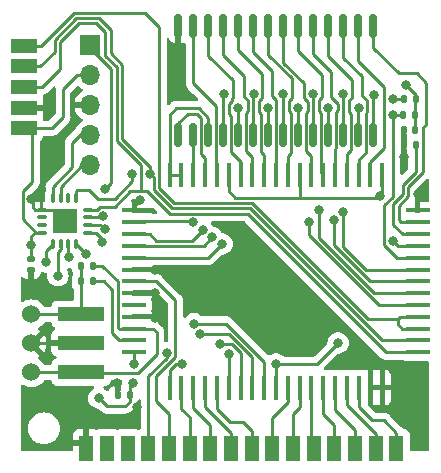
<source format=gbr>
%TF.GenerationSoftware,KiCad,Pcbnew,7.0.5*%
%TF.CreationDate,2024-02-13T07:46:18-05:00*%
%TF.ProjectId,N64SP PCB,4e363453-5020-4504-9342-2e6b69636164,rev?*%
%TF.SameCoordinates,Original*%
%TF.FileFunction,Copper,L1,Top*%
%TF.FilePolarity,Positive*%
%FSLAX46Y46*%
G04 Gerber Fmt 4.6, Leading zero omitted, Abs format (unit mm)*
G04 Created by KiCad (PCBNEW 7.0.5) date 2024-02-13 07:46:18*
%MOMM*%
%LPD*%
G01*
G04 APERTURE LIST*
G04 Aperture macros list*
%AMRoundRect*
0 Rectangle with rounded corners*
0 $1 Rounding radius*
0 $2 $3 $4 $5 $6 $7 $8 $9 X,Y pos of 4 corners*
0 Add a 4 corners polygon primitive as box body*
4,1,4,$2,$3,$4,$5,$6,$7,$8,$9,$2,$3,0*
0 Add four circle primitives for the rounded corners*
1,1,$1+$1,$2,$3*
1,1,$1+$1,$4,$5*
1,1,$1+$1,$6,$7*
1,1,$1+$1,$8,$9*
0 Add four rect primitives between the rounded corners*
20,1,$1+$1,$2,$3,$4,$5,0*
20,1,$1+$1,$4,$5,$6,$7,0*
20,1,$1+$1,$6,$7,$8,$9,0*
20,1,$1+$1,$8,$9,$2,$3,0*%
G04 Aperture macros list end*
%TA.AperFunction,ComponentPad*%
%ADD10R,1.250000X1.250000*%
%TD*%
%TA.AperFunction,SMDPad,CuDef*%
%ADD11RoundRect,0.075000X0.075000X-0.350000X0.075000X0.350000X-0.075000X0.350000X-0.075000X-0.350000X0*%
%TD*%
%TA.AperFunction,SMDPad,CuDef*%
%ADD12RoundRect,0.075000X0.350000X-0.075000X0.350000X0.075000X-0.350000X0.075000X-0.350000X-0.075000X0*%
%TD*%
%TA.AperFunction,SMDPad,CuDef*%
%ADD13R,2.100000X2.100000*%
%TD*%
%TA.AperFunction,SMDPad,CuDef*%
%ADD14RoundRect,0.150000X-0.150000X0.875000X-0.150000X-0.875000X0.150000X-0.875000X0.150000X0.875000X0*%
%TD*%
%TA.AperFunction,SMDPad,CuDef*%
%ADD15R,4.000000X1.300000*%
%TD*%
%TA.AperFunction,ComponentPad*%
%ADD16C,1.524000*%
%TD*%
%TA.AperFunction,SMDPad,CuDef*%
%ADD17RoundRect,0.140000X-0.140000X-0.170000X0.140000X-0.170000X0.140000X0.170000X-0.140000X0.170000X0*%
%TD*%
%TA.AperFunction,SMDPad,CuDef*%
%ADD18RoundRect,0.140000X0.170000X-0.140000X0.170000X0.140000X-0.170000X0.140000X-0.170000X-0.140000X0*%
%TD*%
%TA.AperFunction,SMDPad,CuDef*%
%ADD19RoundRect,0.135000X-0.135000X-0.185000X0.135000X-0.185000X0.135000X0.185000X-0.135000X0.185000X0*%
%TD*%
%TA.AperFunction,SMDPad,CuDef*%
%ADD20RoundRect,0.135000X0.135000X0.185000X-0.135000X0.185000X-0.135000X-0.185000X0.135000X-0.185000X0*%
%TD*%
%TA.AperFunction,SMDPad,CuDef*%
%ADD21R,2.000000X0.450000*%
%TD*%
%TA.AperFunction,SMDPad,CuDef*%
%ADD22R,0.450000X2.000000*%
%TD*%
%TA.AperFunction,ComponentPad*%
%ADD23R,1.700000X1.700000*%
%TD*%
%TA.AperFunction,ComponentPad*%
%ADD24O,1.700000X1.700000*%
%TD*%
%TA.AperFunction,ViaPad*%
%ADD25C,0.800000*%
%TD*%
%TA.AperFunction,Conductor*%
%ADD26C,0.250000*%
%TD*%
G04 APERTURE END LIST*
D10*
%TO.P,TP1,1*%
%TO.N,GND*%
X111150000Y-42000000D03*
X110150000Y-42000000D03*
%TD*%
%TO.P,TP2,1*%
%TO.N,3V3*%
X111150000Y-43750000D03*
X110150000Y-43750000D03*
%TD*%
%TO.P,TP3,1*%
%TO.N,DATA*%
X111150000Y-36750000D03*
X110150000Y-36750000D03*
%TD*%
%TO.P,TP4,1*%
%TO.N,A*%
X133450000Y-70350000D03*
X133450000Y-71350000D03*
%TD*%
%TO.P,TP5,1*%
%TO.N,B*%
X138700000Y-70350000D03*
X138700000Y-71350000D03*
%TD*%
%TO.P,TP6,1*%
%TO.N,S*%
X131700000Y-70350000D03*
X131700000Y-71350000D03*
%TD*%
%TO.P,TP8,1*%
%TO.N,R*%
X111150000Y-38500000D03*
X110150000Y-38500000D03*
%TD*%
%TO.P,TP10,1*%
%TO.N,CL*%
X140450000Y-70350000D03*
X140450000Y-71350000D03*
%TD*%
%TO.P,TP11,1*%
%TO.N,CR*%
X136950000Y-70350000D03*
X136950000Y-71350000D03*
%TD*%
%TO.P,TP12,1*%
%TO.N,CU*%
X142200000Y-70350000D03*
X142200000Y-71350000D03*
%TD*%
%TO.P,TP13,1*%
%TO.N,CD*%
X135200000Y-70350000D03*
X135200000Y-71350000D03*
%TD*%
%TO.P,TP14,1*%
%TO.N,DL*%
X128200000Y-70350000D03*
X128200000Y-71350000D03*
%TD*%
%TO.P,TP15,1*%
%TO.N,DR*%
X124700000Y-70350000D03*
X124700000Y-71350000D03*
%TD*%
%TO.P,TP16,1*%
%TO.N,DU*%
X126450000Y-70350000D03*
X126450000Y-71350000D03*
%TD*%
%TO.P,TP17,1*%
%TO.N,DD*%
X129950000Y-70350000D03*
X129950000Y-71350000D03*
%TD*%
%TO.P,TP18,1*%
%TO.N,SX*%
X121200000Y-70350000D03*
X121200000Y-71350000D03*
%TD*%
%TO.P,TP19,1*%
%TO.N,SY*%
X119450000Y-70350000D03*
X119450000Y-71350000D03*
%TD*%
D11*
%TO.P,U13,1*%
%TO.N,YA*%
X113125000Y-53550000D03*
%TO.P,U13,2*%
%TO.N,SY*%
X113775000Y-53550000D03*
%TO.P,U13,3*%
%TO.N,MCLR*%
X114425000Y-53550000D03*
%TO.P,U13,4*%
%TO.N,YB*%
X115075000Y-53550000D03*
D12*
%TO.P,U13,5*%
%TO.N,SX*%
X116050000Y-52575000D03*
%TO.P,U13,6*%
%TO.N,XB*%
X116050000Y-51925000D03*
%TO.P,U13,7*%
%TO.N,XA*%
X116050000Y-51275000D03*
%TO.P,U13,8*%
%TO.N,Z*%
X116050000Y-50625000D03*
D11*
%TO.P,U13,9*%
%TO.N,R*%
X115075000Y-49650000D03*
%TO.P,U13,10*%
%TO.N,Net-(U13-Pad10)*%
X114425000Y-49650000D03*
%TO.P,U13,11*%
%TO.N,Net-(J2-Pad5)*%
X113775000Y-49650000D03*
%TO.P,U13,12*%
%TO.N,Net-(J2-Pad4)*%
X113125000Y-49650000D03*
D12*
%TO.P,U13,13*%
%TO.N,GND*%
X112150000Y-50625000D03*
%TO.P,U13,14*%
%TO.N,Net-(U13-Pad14)*%
X112150000Y-51275000D03*
%TO.P,U13,15*%
%TO.N,Net-(U13-Pad15)*%
X112150000Y-51925000D03*
%TO.P,U13,16*%
%TO.N,3V3*%
X112150000Y-52575000D03*
D13*
%TO.P,U13,17*%
%TO.N,GND*%
X114100000Y-51600000D03*
%TD*%
D14*
%TO.P,U14,1*%
%TO.N,A14*%
X140255000Y-35050000D03*
%TO.P,U14,2*%
%TO.N,A12*%
X138985000Y-35050000D03*
%TO.P,U14,3*%
%TO.N,A7*%
X137715000Y-35050000D03*
%TO.P,U14,4*%
%TO.N,A6*%
X136445000Y-35050000D03*
%TO.P,U14,5*%
%TO.N,A5*%
X135175000Y-35050000D03*
%TO.P,U14,6*%
%TO.N,A4*%
X133905000Y-35050000D03*
%TO.P,U14,7*%
%TO.N,A3*%
X132635000Y-35050000D03*
%TO.P,U14,8*%
%TO.N,A2*%
X131365000Y-35050000D03*
%TO.P,U14,9*%
%TO.N,A1*%
X130095000Y-35050000D03*
%TO.P,U14,10*%
%TO.N,A0*%
X128825000Y-35050000D03*
%TO.P,U14,11*%
%TO.N,DQ0*%
X127555000Y-35050000D03*
%TO.P,U14,12*%
%TO.N,DQ1*%
X126285000Y-35050000D03*
%TO.P,U14,13*%
%TO.N,DQ2*%
X125015000Y-35050000D03*
%TO.P,U14,14*%
%TO.N,GND*%
X123745000Y-35050000D03*
%TO.P,U14,15*%
%TO.N,DQ3*%
X123745000Y-44350000D03*
%TO.P,U14,16*%
%TO.N,DQ4*%
X125015000Y-44350000D03*
%TO.P,U14,17*%
%TO.N,DQ5*%
X126285000Y-44350000D03*
%TO.P,U14,18*%
%TO.N,DQ6*%
X127555000Y-44350000D03*
%TO.P,U14,19*%
%TO.N,DQ7*%
X128825000Y-44350000D03*
%TO.P,U14,20*%
%TO.N,CE*%
X130095000Y-44350000D03*
%TO.P,U14,21*%
%TO.N,A10*%
X131365000Y-44350000D03*
%TO.P,U14,22*%
%TO.N,OE*%
X132635000Y-44350000D03*
%TO.P,U14,23*%
%TO.N,A11*%
X133905000Y-44350000D03*
%TO.P,U14,24*%
%TO.N,A9*%
X135175000Y-44350000D03*
%TO.P,U14,25*%
%TO.N,A8*%
X136445000Y-44350000D03*
%TO.P,U14,26*%
%TO.N,A13*%
X137715000Y-44350000D03*
%TO.P,U14,27*%
%TO.N,WE*%
X138985000Y-44350000D03*
%TO.P,U14,28*%
%TO.N,3V3*%
X140255000Y-44350000D03*
%TD*%
D15*
%TO.P,Y1,1*%
%TO.N,OSC1*%
X115500000Y-64400000D03*
D16*
X111300000Y-64400000D03*
D15*
%TO.P,Y1,2*%
%TO.N,Net-(R1-Pad1)*%
X115500000Y-59500000D03*
D16*
X111300000Y-59500000D03*
D15*
%TO.P,Y1,3*%
%TO.N,GND*%
X115500000Y-61900000D03*
D16*
X111300000Y-61950000D03*
%TD*%
D17*
%TO.P,C2,1*%
%TO.N,GND*%
X142840000Y-43900000D03*
%TO.P,C2,2*%
%TO.N,3V3*%
X143800000Y-43900000D03*
%TD*%
D18*
%TO.P,C36,1*%
%TO.N,GND*%
X111260000Y-55750000D03*
%TO.P,C36,2*%
%TO.N,3V3*%
X111260000Y-54790000D03*
%TD*%
D17*
%TO.P,C37,1*%
%TO.N,GND*%
X118640000Y-66300000D03*
%TO.P,C37,2*%
%TO.N,3V3*%
X119600000Y-66300000D03*
%TD*%
D19*
%TO.P,R1,1*%
%TO.N,Net-(R1-Pad1)*%
X115480000Y-55400000D03*
%TO.P,R1,2*%
%TO.N,OSC1*%
X116500000Y-55400000D03*
%TD*%
D20*
%TO.P,R7,1*%
%TO.N,OSC2*%
X116520000Y-56700000D03*
%TO.P,R7,2*%
%TO.N,Net-(R1-Pad1)*%
X115500000Y-56700000D03*
%TD*%
%TO.P,R11,1*%
%TO.N,3V3*%
X143800000Y-42600000D03*
%TO.P,R11,2*%
%TO.N,WE*%
X142780000Y-42600000D03*
%TD*%
D19*
%TO.P,R13,1*%
%TO.N,GND*%
X142800000Y-45200000D03*
%TO.P,R13,2*%
%TO.N,Net-(R13-Pad2)*%
X143820000Y-45200000D03*
%TD*%
D21*
%TO.P,U1,1*%
%TO.N,GND*%
X120000000Y-50700000D03*
%TO.P,U1,2*%
%TO.N,DQ6*%
X120000000Y-51700000D03*
%TO.P,U1,3*%
%TO.N,DQ7*%
X120000000Y-52700000D03*
%TO.P,U1,4*%
%TO.N,A10*%
X120000000Y-53700000D03*
%TO.P,U1,5*%
%TO.N,OE*%
X120000000Y-54700000D03*
%TO.P,U1,6*%
%TO.N,GND*%
X120000000Y-55700000D03*
%TO.P,U1,7*%
%TO.N,L*%
X120000000Y-56700000D03*
%TO.P,U1,8*%
%TO.N,GND*%
X120000000Y-57700000D03*
%TO.P,U1,9*%
%TO.N,Net-(U1-Pad9)*%
X120000000Y-58700000D03*
%TO.P,U1,10*%
%TO.N,GND*%
X120000000Y-59700000D03*
%TO.P,U1,11*%
%TO.N,OSC1*%
X120000000Y-60700000D03*
%TO.P,U1,12*%
%TO.N,OSC2*%
X120000000Y-61700000D03*
%TO.P,U1,13*%
%TO.N,3V3*%
X120000000Y-62700000D03*
D22*
%TO.P,U1,14*%
X123000000Y-65700000D03*
%TO.P,U1,15*%
%TO.N,DR*%
X124000000Y-65700000D03*
%TO.P,U1,16*%
%TO.N,DU*%
X125000000Y-65700000D03*
%TO.P,U1,17*%
%TO.N,DL*%
X126000000Y-65700000D03*
%TO.P,U1,18*%
%TO.N,DD*%
X127000000Y-65700000D03*
%TO.P,U1,19*%
%TO.N,XA*%
X128000000Y-65700000D03*
%TO.P,U1,20*%
%TO.N,XB*%
X129000000Y-65700000D03*
%TO.P,U1,21*%
%TO.N,YB*%
X130000000Y-65700000D03*
%TO.P,U1,22*%
%TO.N,YA*%
X131000000Y-65700000D03*
%TO.P,U1,23*%
%TO.N,3V3*%
X132000000Y-65700000D03*
%TO.P,U1,24*%
%TO.N,S*%
X133000000Y-65700000D03*
%TO.P,U1,25*%
%TO.N,A*%
X134000000Y-65700000D03*
%TO.P,U1,26*%
%TO.N,CD*%
X135000000Y-65700000D03*
%TO.P,U1,27*%
%TO.N,CR*%
X136000000Y-65700000D03*
%TO.P,U1,28*%
%TO.N,B*%
X137000000Y-65700000D03*
%TO.P,U1,29*%
%TO.N,CL*%
X138000000Y-65700000D03*
%TO.P,U1,30*%
%TO.N,CU*%
X139000000Y-65700000D03*
%TO.P,U1,31*%
%TO.N,GND*%
X140000000Y-65700000D03*
%TO.P,U1,32*%
X141000000Y-65700000D03*
D21*
%TO.P,U1,33*%
%TO.N,Z*%
X144000000Y-62700000D03*
%TO.P,U1,34*%
%TO.N,R*%
X144000000Y-61700000D03*
%TO.P,U1,35*%
%TO.N,DATA*%
X144000000Y-60700000D03*
%TO.P,U1,36*%
X144000000Y-59700000D03*
%TO.P,U1,37*%
%TO.N,A11*%
X144000000Y-58700000D03*
%TO.P,U1,38*%
%TO.N,A9*%
X144000000Y-57700000D03*
%TO.P,U1,39*%
%TO.N,A8*%
X144000000Y-56700000D03*
%TO.P,U1,40*%
%TO.N,A13*%
X144000000Y-55700000D03*
%TO.P,U1,41*%
%TO.N,WE*%
X144000000Y-54700000D03*
%TO.P,U1,42*%
%TO.N,CE*%
X144000000Y-53700000D03*
%TO.P,U1,43*%
%TO.N,Net-(R13-Pad2)*%
X144000000Y-52700000D03*
%TO.P,U1,44*%
%TO.N,A14*%
X144000000Y-51700000D03*
%TO.P,U1,45*%
%TO.N,GND*%
X144000000Y-50700000D03*
D22*
%TO.P,U1,46*%
%TO.N,3V3*%
X141000000Y-47700000D03*
%TO.P,U1,47*%
%TO.N,A12*%
X140000000Y-47700000D03*
%TO.P,U1,48*%
%TO.N,A7*%
X139000000Y-47700000D03*
%TO.P,U1,49*%
%TO.N,A6*%
X138000000Y-47700000D03*
%TO.P,U1,50*%
%TO.N,A5*%
X137000000Y-47700000D03*
%TO.P,U1,51*%
%TO.N,A4*%
X136000000Y-47700000D03*
%TO.P,U1,52*%
%TO.N,A3*%
X135000000Y-47700000D03*
%TO.P,U1,53*%
%TO.N,3V3*%
X134000000Y-47700000D03*
%TO.P,U1,54*%
%TO.N,A2*%
X133000000Y-47700000D03*
%TO.P,U1,55*%
%TO.N,A1*%
X132000000Y-47700000D03*
%TO.P,U1,56*%
%TO.N,A0*%
X131000000Y-47700000D03*
%TO.P,U1,57*%
%TO.N,DQ0*%
X130000000Y-47700000D03*
%TO.P,U1,58*%
%TO.N,DQ1*%
X129000000Y-47700000D03*
%TO.P,U1,59*%
%TO.N,3V3*%
X128000000Y-47700000D03*
%TO.P,U1,60*%
%TO.N,DQ2*%
X127000000Y-47700000D03*
%TO.P,U1,61*%
%TO.N,DQ3*%
X126000000Y-47700000D03*
%TO.P,U1,62*%
%TO.N,DQ4*%
X125000000Y-47700000D03*
%TO.P,U1,63*%
%TO.N,DQ5*%
X124000000Y-47700000D03*
%TO.P,U1,64*%
X123000000Y-47700000D03*
%TD*%
D10*
%TO.P,TP9,1*%
%TO.N,Z*%
X111150000Y-40250000D03*
X110150000Y-40250000D03*
%TD*%
%TO.P,TP7,1*%
%TO.N,L*%
X122950000Y-70350000D03*
X122950000Y-71350000D03*
%TD*%
D20*
%TO.P,R2,1*%
%TO.N,3V3*%
X143820000Y-41300000D03*
%TO.P,R2,2*%
%TO.N,CE*%
X142800000Y-41300000D03*
%TD*%
D10*
%TO.P,TP20,1*%
%TO.N,GND*%
X115950000Y-70350000D03*
X115950000Y-71350000D03*
%TD*%
%TO.P,TP21,1*%
%TO.N,3V3*%
X117700000Y-70350000D03*
X117700000Y-71350000D03*
%TD*%
D23*
%TO.P,J2,1*%
%TO.N,MCLR*%
X116290000Y-36700000D03*
D24*
%TO.P,J2,2*%
%TO.N,3V3*%
X116290000Y-39240000D03*
%TO.P,J2,3*%
%TO.N,GND*%
X116290000Y-41780000D03*
%TO.P,J2,4*%
%TO.N,Net-(J2-Pad4)*%
X116290000Y-44320000D03*
%TO.P,J2,5*%
%TO.N,Net-(J2-Pad5)*%
X116290000Y-46860000D03*
%TD*%
D25*
%TO.N,MCLR*%
X114460000Y-54660000D03*
X117510000Y-48910000D03*
%TO.N,3V3*%
X117010000Y-66590000D03*
X111290000Y-53610000D03*
X120000000Y-63700000D03*
X132000000Y-63700000D03*
X140300000Y-40900000D03*
X119900000Y-65300000D03*
X142990000Y-40070000D03*
X137260000Y-61930000D03*
X124010000Y-63700000D03*
X140800000Y-49500000D03*
%TO.N,GND*%
X141000000Y-63700000D03*
X142800000Y-46200000D03*
X121800000Y-57700000D03*
X111260000Y-56730000D03*
X111290000Y-49710000D03*
X121800000Y-59800000D03*
X140000000Y-63700000D03*
X123700000Y-36900000D03*
X144000000Y-49300000D03*
X120500000Y-49800000D03*
X120230000Y-67350000D03*
X121800000Y-55700000D03*
X118500000Y-65300000D03*
X114810000Y-66600000D03*
%TO.N,R*%
X119820001Y-47590000D03*
X121375000Y-47580000D03*
%TO.N,SX*%
X122765000Y-62730000D03*
X117250000Y-53400000D03*
%TO.N,SY*%
X113540000Y-56230000D03*
%TO.N,DQ6*%
X124960000Y-51695030D03*
X127600000Y-40800000D03*
%TO.N,DQ7*%
X125800000Y-52360000D03*
X128800000Y-42000000D03*
%TO.N,A10*%
X131300000Y-42000000D03*
X126580870Y-52984696D03*
%TO.N,OE*%
X132600000Y-40800000D03*
X127430000Y-53530000D03*
%TO.N,XA*%
X117370000Y-51180000D03*
X127990000Y-62840000D03*
%TO.N,XB*%
X127265000Y-62020000D03*
X117489231Y-52293926D03*
%TO.N,YB*%
X115920000Y-54390000D03*
X125585000Y-61140000D03*
%TO.N,YA*%
X112543915Y-55048439D03*
X125059507Y-60289201D03*
%TO.N,A11*%
X134800000Y-51700000D03*
X133900000Y-42000000D03*
%TO.N,A9*%
X135100000Y-40800000D03*
X135675000Y-50700000D03*
%TO.N,A8*%
X136400000Y-42000000D03*
X136900000Y-51500000D03*
%TO.N,A13*%
X137700000Y-40800000D03*
X137700000Y-50800000D03*
%TO.N,WE*%
X139000000Y-42000000D03*
X141889990Y-42600000D03*
%TO.N,CE*%
X141900000Y-53300000D03*
X141900000Y-41300000D03*
X130100000Y-40800000D03*
%TD*%
D26*
%TO.N,MCLR*%
X118070000Y-38740000D02*
X118070000Y-48350000D01*
X118070000Y-48350000D02*
X117510000Y-48910000D01*
X116290000Y-36960000D02*
X118070000Y-38740000D01*
X114425000Y-53550000D02*
X114425000Y-54625000D01*
X114425000Y-54625000D02*
X114460000Y-54660000D01*
X116290000Y-36700000D02*
X116290000Y-36960000D01*
%TO.N,3V3*%
X111030000Y-48610000D02*
X110840000Y-48800000D01*
X111290000Y-52900000D02*
X111290000Y-53610000D01*
X111360000Y-45600000D02*
X111360000Y-45030000D01*
X111260000Y-53640000D02*
X111290000Y-53610000D01*
X119600000Y-66300000D02*
X119600000Y-65600000D01*
X143820000Y-40900000D02*
X142990000Y-40070000D01*
X111615000Y-52575000D02*
X111290000Y-52900000D01*
X111260000Y-54790000D02*
X111260000Y-53640000D01*
X117010000Y-66590000D02*
X117680000Y-67260000D01*
X133950000Y-49620000D02*
X140680000Y-49620000D01*
X110564999Y-49075001D02*
X110564999Y-51414999D01*
X110564999Y-51414999D02*
X111725000Y-52575000D01*
X123000000Y-64196410D02*
X123496410Y-63700000D01*
X134000000Y-47700000D02*
X134000000Y-49570000D01*
X123000000Y-65700000D02*
X123000000Y-64196410D01*
X120000000Y-62700000D02*
X120000000Y-63700000D01*
X111360000Y-45620000D02*
X111360000Y-47470000D01*
X141000000Y-47700000D02*
X141000000Y-49500000D01*
X132000000Y-65700000D02*
X132000000Y-63700000D01*
X143820000Y-41300000D02*
X143820000Y-40900000D01*
X110840000Y-48800000D02*
X110564999Y-49075001D01*
X134000000Y-49310000D02*
X134000000Y-47700000D01*
X123496410Y-63700000D02*
X124010000Y-63700000D01*
X128000000Y-49070000D02*
X128550000Y-49620000D01*
X113970000Y-42820000D02*
X113040000Y-43750000D01*
X111360000Y-43860000D02*
X111250000Y-43750000D01*
X132000000Y-63700000D02*
X135490000Y-63700000D01*
X119240000Y-67260000D02*
X119600000Y-66900000D01*
X128000000Y-47700000D02*
X128000000Y-49070000D01*
X133120000Y-49620000D02*
X133690000Y-49620000D01*
X112150000Y-52575000D02*
X111615000Y-52575000D01*
X140680000Y-49620000D02*
X140800000Y-49500000D01*
X135490000Y-63700000D02*
X137260000Y-61930000D01*
X119600000Y-66900000D02*
X119600000Y-66300000D01*
X140255000Y-40945000D02*
X140300000Y-40900000D01*
X116290000Y-39240000D02*
X115140000Y-39240000D01*
X111725000Y-52575000D02*
X112150000Y-52575000D01*
X143800000Y-41320000D02*
X143820000Y-41300000D01*
X113040000Y-43750000D02*
X111250000Y-43750000D01*
X111360000Y-47470000D02*
X111360000Y-48280000D01*
X111360000Y-45030000D02*
X111360000Y-45620000D01*
X113970000Y-40410000D02*
X113970000Y-42820000D01*
X119600000Y-65600000D02*
X119900000Y-65300000D01*
X111360000Y-45030000D02*
X111360000Y-43860000D01*
X133120000Y-49620000D02*
X133950000Y-49620000D01*
X140255000Y-44350000D02*
X140255000Y-40945000D01*
X134000000Y-49570000D02*
X133950000Y-49620000D01*
X128550000Y-49620000D02*
X133120000Y-49620000D01*
X117680000Y-67260000D02*
X119240000Y-67260000D01*
X111360000Y-48280000D02*
X110840000Y-48800000D01*
X143800000Y-43900000D02*
X143800000Y-41320000D01*
X111380000Y-47450000D02*
X111360000Y-47470000D01*
X115140000Y-39240000D02*
X113970000Y-40410000D01*
%TO.N,GND*%
X111635000Y-50625000D02*
X111390000Y-50380000D01*
X142800000Y-45200000D02*
X142800000Y-43940000D01*
X142800000Y-45200000D02*
X142800000Y-46200000D01*
X120000000Y-55700000D02*
X121800000Y-55700000D01*
X118640000Y-66300000D02*
X118640000Y-65440000D01*
X120000000Y-59700000D02*
X121800000Y-59700000D01*
X111390000Y-49810000D02*
X111290000Y-49710000D01*
X112150000Y-50625000D02*
X111635000Y-50625000D01*
X141000000Y-65700000D02*
X141000000Y-63700000D01*
X142800000Y-43940000D02*
X142840000Y-43900000D01*
X111260000Y-55750000D02*
X111260000Y-56730000D01*
X113125000Y-50625000D02*
X114100000Y-51600000D01*
X120000000Y-50300000D02*
X120500000Y-49800000D01*
X118640000Y-65440000D02*
X118500000Y-65300000D01*
X120000000Y-57700000D02*
X121800000Y-57700000D01*
X140000000Y-65700000D02*
X140000000Y-63700000D01*
X120000000Y-50700000D02*
X120000000Y-50300000D01*
X111350000Y-61900000D02*
X111300000Y-61950000D01*
X123745000Y-36855000D02*
X123700000Y-36900000D01*
X115500000Y-61900000D02*
X111350000Y-61900000D01*
X144000000Y-50700000D02*
X144000000Y-49300000D01*
X112150000Y-50625000D02*
X113125000Y-50625000D01*
X123745000Y-35050000D02*
X123745000Y-36855000D01*
X111390000Y-50380000D02*
X111390000Y-49810000D01*
%TO.N,DATA*%
X114909990Y-33950010D02*
X112110000Y-36750000D01*
X139800000Y-59900000D02*
X129970010Y-50070010D01*
X144000000Y-60700000D02*
X142700000Y-60700000D01*
X142300000Y-60300000D02*
X142300000Y-59900000D01*
X142700000Y-60700000D02*
X142300000Y-60300000D01*
X122100000Y-35170000D02*
X120880010Y-33950010D01*
X142300000Y-59900000D02*
X139800000Y-59900000D01*
X142500000Y-59700000D02*
X144000000Y-59700000D01*
X123370010Y-50070010D02*
X122100000Y-48800000D01*
X142300000Y-59900000D02*
X142500000Y-59700000D01*
X129970010Y-50070010D02*
X123370010Y-50070010D01*
X120880010Y-33950010D02*
X114909990Y-33950010D01*
X122100000Y-48800000D02*
X122100000Y-35170000D01*
X112110000Y-36750000D02*
X111250000Y-36750000D01*
%TO.N,A*%
X134000000Y-65700000D02*
X134000000Y-67360000D01*
X133450000Y-67910000D02*
X133450000Y-70350000D01*
X134000000Y-67360000D02*
X133450000Y-67910000D01*
%TO.N,B*%
X138700000Y-69330000D02*
X138700000Y-70350000D01*
X137000000Y-67630000D02*
X138700000Y-69330000D01*
X137000000Y-65700000D02*
X137000000Y-67630000D01*
%TO.N,S*%
X133000000Y-66950000D02*
X131700000Y-68250000D01*
X133000000Y-65700000D02*
X133000000Y-66950000D01*
X131700000Y-68250000D02*
X131700000Y-70350000D01*
%TO.N,L*%
X122950000Y-70350000D02*
X122950000Y-67900000D01*
X122950000Y-67900000D02*
X121860000Y-66810000D01*
X121873002Y-56700000D02*
X120000000Y-56700000D01*
X123490000Y-58316998D02*
X121873002Y-56700000D01*
X121860000Y-64700000D02*
X123490000Y-63070000D01*
X123490000Y-63070000D02*
X123490000Y-58316998D01*
X121860000Y-66810000D02*
X121860000Y-64700000D01*
%TO.N,R*%
X116980020Y-34400020D02*
X118010000Y-35430000D01*
X140963590Y-61700000D02*
X129783610Y-50520020D01*
X118010000Y-35430000D02*
X118010000Y-37407180D01*
X121093205Y-46756795D02*
X121296420Y-46960010D01*
X113260000Y-37260000D02*
X113260000Y-36236410D01*
X118970020Y-38367200D02*
X118970020Y-44633610D01*
X117010000Y-49720000D02*
X118343590Y-49720000D01*
X112020000Y-38500000D02*
X113260000Y-37260000D01*
X123183610Y-50520020D02*
X121649990Y-48986400D01*
X111250000Y-38500000D02*
X112020000Y-38500000D01*
X116899980Y-49720000D02*
X116139990Y-48960010D01*
X118970020Y-44633610D02*
X121093205Y-46756795D01*
X129783610Y-50520020D02*
X123183610Y-50520020D01*
X121375000Y-47580000D02*
X121375000Y-47038590D01*
X121649990Y-48986400D02*
X121649990Y-47854990D01*
X113260000Y-36236410D02*
X115096390Y-34400020D01*
X115160000Y-48960010D02*
X116139990Y-48960010D01*
X115075000Y-49045010D02*
X115160000Y-48960010D01*
X115075000Y-49650000D02*
X115075000Y-49045010D01*
X115096390Y-34400020D02*
X116980020Y-34400020D01*
X119820001Y-48243589D02*
X119820001Y-47590000D01*
X121649990Y-47854990D02*
X121375000Y-47580000D01*
X121375000Y-47038590D02*
X121093205Y-46756795D01*
X118343590Y-49720000D02*
X119820001Y-48243589D01*
X118010000Y-37407180D02*
X118970020Y-38367200D01*
X117010000Y-49720000D02*
X116899980Y-49720000D01*
X144000000Y-61700000D02*
X140963590Y-61700000D01*
%TO.N,Z*%
X116875000Y-50625000D02*
X117130000Y-50370000D01*
X113710010Y-36422810D02*
X115282790Y-34850030D01*
X117130000Y-50370000D02*
X118330000Y-50370000D01*
X119625001Y-49074999D02*
X120545001Y-49074999D01*
X118330000Y-50370000D02*
X119625001Y-49074999D01*
X116050000Y-50625000D02*
X116875000Y-50625000D01*
X129597210Y-50970030D02*
X141327180Y-62700000D01*
X111250000Y-40250000D02*
X112210000Y-40250000D01*
X118520010Y-44820010D02*
X120545001Y-46845001D01*
X117559990Y-35616400D02*
X117559991Y-36270009D01*
X120545001Y-47674999D02*
X120545001Y-49074999D01*
X115282790Y-34850030D02*
X116793620Y-34850030D01*
X117559991Y-37593581D02*
X118520010Y-38553600D01*
X113710010Y-38749990D02*
X113710010Y-36422810D01*
X112210000Y-40250000D02*
X113710010Y-38749990D01*
X118520010Y-38553600D02*
X118520010Y-44820010D01*
X117559991Y-36270009D02*
X117559991Y-37593581D01*
X122997210Y-50970030D02*
X129597210Y-50970030D01*
X120545001Y-49074999D02*
X121102179Y-49074999D01*
X121102179Y-49074999D02*
X122997210Y-50970030D01*
X120545001Y-46845001D02*
X120545001Y-47674999D01*
X116793620Y-34850030D02*
X117559990Y-35616400D01*
X141327180Y-62700000D02*
X144000000Y-62700000D01*
%TO.N,CL*%
X140450000Y-69590000D02*
X138000000Y-67140000D01*
X138000000Y-65700000D02*
X138000000Y-67140000D01*
X140450000Y-70350000D02*
X140450000Y-69590000D01*
%TO.N,CR*%
X136950000Y-68870000D02*
X136950000Y-70350000D01*
X136000000Y-65700000D02*
X136000000Y-67920000D01*
X136000000Y-67920000D02*
X136950000Y-68870000D01*
%TO.N,CU*%
X141150000Y-68460000D02*
X142200000Y-69510000D01*
X142200000Y-69510000D02*
X142200000Y-70350000D01*
X139000000Y-65700000D02*
X139000000Y-67340000D01*
X140120000Y-68460000D02*
X141150000Y-68460000D01*
X139000000Y-67340000D02*
X140120000Y-68460000D01*
%TO.N,CD*%
X135000000Y-70150000D02*
X135200000Y-70350000D01*
X135000000Y-65700000D02*
X135000000Y-70150000D01*
%TO.N,DL*%
X128200000Y-69560000D02*
X128200000Y-70350000D01*
X126000000Y-65700000D02*
X126000000Y-67360000D01*
X126000000Y-67360000D02*
X128200000Y-69560000D01*
%TO.N,DR*%
X124000000Y-67500000D02*
X124700000Y-68200000D01*
X124700000Y-68200000D02*
X124700000Y-70350000D01*
X124000000Y-65700000D02*
X124000000Y-67500000D01*
%TO.N,DU*%
X125000000Y-65700000D02*
X125000000Y-67440000D01*
X126450000Y-68890000D02*
X126450000Y-70350000D01*
X125000000Y-67440000D02*
X126450000Y-68890000D01*
%TO.N,DD*%
X128070000Y-68600000D02*
X129180000Y-68600000D01*
X127000000Y-67530000D02*
X128070000Y-68600000D01*
X127000000Y-65700000D02*
X127000000Y-67530000D01*
X129180000Y-68600000D02*
X129950000Y-69370000D01*
X129950000Y-69370000D02*
X129950000Y-70350000D01*
%TO.N,SX*%
X117250000Y-53080000D02*
X117250000Y-53400000D01*
X122765000Y-63158590D02*
X122765000Y-62730000D01*
X116050000Y-52575000D02*
X116745000Y-52575000D01*
X121200000Y-70350000D02*
X121200000Y-64723590D01*
X116745000Y-52575000D02*
X117250000Y-53080000D01*
X121200000Y-64723590D02*
X122765000Y-63158590D01*
%TO.N,SY*%
X113775000Y-53975000D02*
X113543841Y-54206159D01*
X113543841Y-54206159D02*
X113543841Y-55060819D01*
X113540000Y-55064660D02*
X113543841Y-55060819D01*
X113775000Y-53550000D02*
X113775000Y-53975000D01*
X113540000Y-56230000D02*
X113540000Y-55064660D01*
%TO.N,DQ6*%
X127555000Y-44350000D02*
X127555000Y-40845000D01*
X127555000Y-40845000D02*
X127600000Y-40800000D01*
X124899969Y-51634999D02*
X124960000Y-51695030D01*
X120065001Y-51634999D02*
X124899969Y-51634999D01*
X120000000Y-51700000D02*
X120065001Y-51634999D01*
%TO.N,DQ7*%
X124910010Y-53249990D02*
X121869990Y-53249990D01*
X125800000Y-52360000D02*
X124910010Y-53249990D01*
X128825000Y-42025000D02*
X128800000Y-42000000D01*
X121869990Y-53249990D02*
X121320000Y-52700000D01*
X120000000Y-52700000D02*
X121320000Y-52700000D01*
X128825000Y-44350000D02*
X128825000Y-42025000D01*
%TO.N,A10*%
X125865566Y-53700000D02*
X120000000Y-53700000D01*
X126580870Y-52984696D02*
X125865566Y-53700000D01*
X131365000Y-44350000D02*
X131365000Y-42065000D01*
X131365000Y-42065000D02*
X131300000Y-42000000D01*
%TO.N,OE*%
X126260000Y-54700000D02*
X127430000Y-53530000D01*
X132635000Y-40835000D02*
X132600000Y-40800000D01*
X120000000Y-54700000D02*
X126260000Y-54700000D01*
X132635000Y-44350000D02*
X132635000Y-40835000D01*
%TO.N,OSC1*%
X115500000Y-64400000D02*
X115525001Y-64425001D01*
X118750000Y-60700000D02*
X118600000Y-60550000D01*
X118600000Y-56700000D02*
X117300000Y-55400000D01*
X115525001Y-64425001D02*
X120348001Y-64425001D01*
X121600000Y-60700000D02*
X120000000Y-60700000D01*
X117300000Y-55400000D02*
X116500000Y-55400000D01*
X118600000Y-60550000D02*
X118600000Y-56700000D01*
X120000000Y-60700000D02*
X118750000Y-60700000D01*
X121900000Y-61000000D02*
X121600000Y-60700000D01*
X120348001Y-64425001D02*
X121900000Y-62873002D01*
X121900000Y-62873002D02*
X121900000Y-61000000D01*
X111300000Y-64400000D02*
X115500000Y-64400000D01*
%TO.N,OSC2*%
X117400000Y-56700000D02*
X116520000Y-56700000D01*
X118149990Y-61099990D02*
X118149990Y-57449990D01*
X120000000Y-61700000D02*
X118750000Y-61700000D01*
X118750000Y-61700000D02*
X118149990Y-61099990D01*
X118149990Y-57449990D02*
X117400000Y-56700000D01*
%TO.N,XA*%
X117275000Y-51275000D02*
X117370000Y-51180000D01*
X127990000Y-65690000D02*
X128000000Y-65700000D01*
X127990000Y-62840000D02*
X127990000Y-65690000D01*
X116050000Y-51275000D02*
X117275000Y-51275000D01*
%TO.N,XB*%
X117120305Y-51925000D02*
X117489231Y-52293926D01*
X128243002Y-62020000D02*
X129000000Y-62776998D01*
X127265000Y-62020000D02*
X128243002Y-62020000D01*
X116050000Y-51925000D02*
X117120305Y-51925000D01*
X129000000Y-62776998D02*
X129000000Y-65700000D01*
%TO.N,YB*%
X127999412Y-61140000D02*
X130000000Y-63140588D01*
X115075000Y-53550000D02*
X115080000Y-53550000D01*
X125585000Y-61140000D02*
X127999412Y-61140000D01*
X115080000Y-53550000D02*
X115920000Y-54390000D01*
X130000000Y-63140588D02*
X130000000Y-65700000D01*
%TO.N,YA*%
X131000000Y-65700000D02*
X131000000Y-63504178D01*
X112543915Y-54131085D02*
X112543915Y-55048439D01*
X113125000Y-53550000D02*
X112543915Y-54131085D01*
X131000000Y-63504178D02*
X127785023Y-60289201D01*
X127785023Y-60289201D02*
X125059507Y-60289201D01*
%TO.N,A11*%
X144000000Y-58700000D02*
X142500000Y-58700000D01*
X133905000Y-44350000D02*
X133905000Y-42005000D01*
X140700000Y-58700000D02*
X142500000Y-58700000D01*
X133905000Y-42005000D02*
X133900000Y-42000000D01*
X134800000Y-51700000D02*
X134800000Y-52800000D01*
X134800000Y-52800000D02*
X140700000Y-58700000D01*
%TO.N,A9*%
X135175000Y-44350000D02*
X135175000Y-40875000D01*
X144000000Y-57700000D02*
X140336410Y-57700000D01*
X135175000Y-40875000D02*
X135100000Y-40800000D01*
X140336410Y-57700000D02*
X135675000Y-53038590D01*
X135675000Y-53038590D02*
X135675000Y-50700000D01*
%TO.N,A8*%
X144000000Y-56700000D02*
X142500000Y-56700000D01*
X136900000Y-53627180D02*
X139972820Y-56700000D01*
X139972820Y-56700000D02*
X142500000Y-56700000D01*
X136445000Y-44350000D02*
X136445000Y-42045000D01*
X136900000Y-51500000D02*
X136900000Y-53627180D01*
X136445000Y-42045000D02*
X136400000Y-42000000D01*
%TO.N,A13*%
X139609230Y-55700000D02*
X144000000Y-55700000D01*
X137700000Y-50800000D02*
X137700000Y-53790770D01*
X137715000Y-44350000D02*
X137715000Y-40815000D01*
X137700000Y-53790770D02*
X139609230Y-55700000D01*
X137715000Y-40815000D02*
X137700000Y-40800000D01*
%TO.N,WE*%
X142780000Y-42600000D02*
X141889990Y-42600000D01*
X142226998Y-54700000D02*
X141174999Y-53648001D01*
X141174999Y-53648001D02*
X141174999Y-50252181D01*
X138985000Y-44350000D02*
X138985000Y-42015000D01*
X141174999Y-50252181D02*
X141889990Y-49537190D01*
X144000000Y-54700000D02*
X142226998Y-54700000D01*
X138985000Y-42015000D02*
X139000000Y-42000000D01*
X141889990Y-49537190D02*
X141889990Y-42600000D01*
%TO.N,Net-(R13-Pad2)*%
X142749990Y-49313600D02*
X142749990Y-48513600D01*
X141949991Y-51899991D02*
X141949991Y-50113599D01*
X142750000Y-52700000D02*
X141949991Y-51899991D01*
X143820000Y-47443590D02*
X143820000Y-45200000D01*
X144000000Y-52700000D02*
X142750000Y-52700000D01*
X141949991Y-50113599D02*
X142749990Y-49313600D01*
X142749990Y-48513600D02*
X143820000Y-47443590D01*
%TO.N,A14*%
X143900000Y-39100000D02*
X142400000Y-39100000D01*
X144415010Y-47484990D02*
X144415010Y-43684990D01*
X142600000Y-51700000D02*
X142400000Y-51500000D01*
X144700000Y-43400000D02*
X144700000Y-39900000D01*
X144415010Y-43684990D02*
X144700000Y-43400000D01*
X144700000Y-39900000D02*
X143900000Y-39100000D01*
X144000000Y-51700000D02*
X142600000Y-51700000D01*
X143200000Y-48700000D02*
X144415010Y-47484990D01*
X143200000Y-49500000D02*
X143200000Y-48700000D01*
X142400000Y-39100000D02*
X140255000Y-36955000D01*
X140255000Y-36955000D02*
X140255000Y-35050000D01*
X142400000Y-51500000D02*
X142400000Y-50300000D01*
X142400000Y-50300000D02*
X143200000Y-49500000D01*
%TO.N,A12*%
X141164990Y-40235010D02*
X138985000Y-38055020D01*
X141164990Y-45435010D02*
X141164990Y-40235010D01*
X140000000Y-47700000D02*
X140000000Y-46600000D01*
X140000000Y-46600000D02*
X141164990Y-45435010D01*
X138985000Y-38055020D02*
X138985000Y-35050000D01*
%TO.N,A7*%
X139629990Y-45770010D02*
X139629990Y-42443012D01*
X139725001Y-42348001D02*
X139725001Y-41398003D01*
X139725001Y-41398003D02*
X139263499Y-40936501D01*
X139263499Y-40936501D02*
X139263499Y-39333499D01*
X139263499Y-39333499D02*
X137715000Y-37785000D01*
X139000000Y-47700000D02*
X139000000Y-46400000D01*
X139000000Y-46400000D02*
X139629990Y-45770010D01*
X139629990Y-42443012D02*
X139725001Y-42348001D01*
X137715000Y-37785000D02*
X137715000Y-35050000D01*
%TO.N,A6*%
X138359990Y-42559990D02*
X138200000Y-42400000D01*
X138200000Y-41373002D02*
X138425001Y-41148001D01*
X136445000Y-37645000D02*
X136445000Y-35050000D01*
X138000000Y-45900000D02*
X138359990Y-45540010D01*
X138359990Y-45540010D02*
X138359990Y-42559990D01*
X138000000Y-47700000D02*
X138000000Y-45900000D01*
X138200000Y-42400000D02*
X138200000Y-41373002D01*
X138425001Y-41148001D02*
X138425001Y-39625001D01*
X138425001Y-39625001D02*
X136445000Y-37645000D01*
%TO.N,A5*%
X135175000Y-37475000D02*
X135175000Y-35050000D01*
X137070010Y-42402992D02*
X137264990Y-42208012D01*
X136700000Y-41100000D02*
X136700000Y-39000000D01*
X137000000Y-47700000D02*
X137000000Y-45491768D01*
X137000000Y-45491768D02*
X137070010Y-45421758D01*
X137264990Y-42208012D02*
X137264990Y-41664990D01*
X137264990Y-41664990D02*
X136700000Y-41100000D01*
X137070010Y-45421758D02*
X137070010Y-42402992D01*
X136700000Y-39000000D02*
X135175000Y-37475000D01*
%TO.N,A4*%
X135800000Y-42473002D02*
X135625010Y-42298012D01*
X136000000Y-47700000D02*
X135800000Y-47500000D01*
X133905000Y-37205000D02*
X133905000Y-35050000D01*
X135625010Y-42298012D02*
X135625010Y-41347992D01*
X135625010Y-41347992D02*
X135900000Y-41073002D01*
X135900000Y-41073002D02*
X135900000Y-39200000D01*
X135900000Y-39200000D02*
X133905000Y-37205000D01*
X135800000Y-47500000D02*
X135800000Y-42473002D01*
%TO.N,A3*%
X134549990Y-45649990D02*
X134549990Y-42423012D01*
X134374999Y-39925001D02*
X132635000Y-38185002D01*
X134374999Y-41174999D02*
X134374999Y-39925001D01*
X134549990Y-42423012D02*
X134700000Y-42273002D01*
X135000000Y-46100000D02*
X134549990Y-45649990D01*
X134700000Y-41500000D02*
X134374999Y-41174999D01*
X132635000Y-38185002D02*
X132635000Y-35050000D01*
X134700000Y-42273002D02*
X134700000Y-41500000D01*
X135000000Y-47700000D02*
X135000000Y-46100000D01*
%TO.N,A2*%
X133260010Y-42433012D02*
X133100000Y-42273002D01*
X133325001Y-39511413D02*
X131365000Y-37551412D01*
X133000000Y-47700000D02*
X133000000Y-46100000D01*
X131365000Y-37551412D02*
X131365000Y-35050000D01*
X133260010Y-45839990D02*
X133260010Y-42433012D01*
X133100000Y-41400000D02*
X133325001Y-41174999D01*
X133000000Y-46100000D02*
X133260010Y-45839990D01*
X133100000Y-42273002D02*
X133100000Y-41400000D01*
X133325001Y-41174999D02*
X133325001Y-39511413D01*
%TO.N,A1*%
X131700000Y-38900000D02*
X130095000Y-37295000D01*
X132025001Y-41325001D02*
X131700000Y-41000000D01*
X132000000Y-47700000D02*
X132000000Y-42373002D01*
X132025001Y-42348001D02*
X132025001Y-41325001D01*
X131700000Y-41000000D02*
X131700000Y-38900000D01*
X132000000Y-42373002D02*
X132025001Y-42348001D01*
X130095000Y-37295000D02*
X130095000Y-35050000D01*
%TO.N,A0*%
X131000000Y-46000000D02*
X131000000Y-47700000D01*
X130739990Y-42539990D02*
X130739990Y-44560010D01*
X130720010Y-44579990D02*
X130720010Y-45120010D01*
X130739990Y-44560010D02*
X130720010Y-44579990D01*
X130739990Y-45739990D02*
X131000000Y-46000000D01*
X130825001Y-39125001D02*
X130825001Y-41148001D01*
X128825000Y-37125000D02*
X130825001Y-39125001D01*
X128825000Y-35050000D02*
X128825000Y-37125000D01*
X130825001Y-41148001D02*
X130545010Y-41427992D01*
X130720010Y-45120010D02*
X130739990Y-45139990D01*
X130739990Y-45139990D02*
X130739990Y-45739990D01*
X130545010Y-42345010D02*
X130739990Y-42539990D01*
X130545010Y-41427992D02*
X130545010Y-42345010D01*
%TO.N,DQ0*%
X129450010Y-42422992D02*
X129600000Y-42273002D01*
X130000000Y-47700000D02*
X130000000Y-46200000D01*
X127555000Y-37555000D02*
X127555000Y-35050000D01*
X129450010Y-45650010D02*
X129450010Y-42422992D01*
X129600000Y-41373002D02*
X129300000Y-41073002D01*
X129600000Y-42273002D02*
X129600000Y-41373002D01*
X129300000Y-39300000D02*
X127555000Y-37555000D01*
X129300000Y-41073002D02*
X129300000Y-39300000D01*
X130000000Y-46200000D02*
X129450010Y-45650010D01*
%TO.N,DQ1*%
X128005010Y-42505010D02*
X128005010Y-41721988D01*
X129000000Y-46600000D02*
X128180010Y-45780010D01*
X128300000Y-41426998D02*
X128300000Y-41173002D01*
X126285000Y-37585000D02*
X126285000Y-35050000D01*
X128180010Y-42680010D02*
X128005010Y-42505010D01*
X128325001Y-39625001D02*
X126285000Y-37585000D01*
X128005010Y-41721988D02*
X128300000Y-41426998D01*
X128300000Y-41173002D02*
X128325001Y-41148001D01*
X128180010Y-45780010D02*
X128180010Y-42680010D01*
X128325001Y-41148001D02*
X128325001Y-39625001D01*
X129000000Y-47700000D02*
X129000000Y-46600000D01*
%TO.N,DQ2*%
X127000000Y-47700000D02*
X126929990Y-47629990D01*
X126929990Y-47629990D02*
X126929990Y-41829990D01*
X125015000Y-39915000D02*
X125015000Y-35050000D01*
X126929990Y-41829990D02*
X125015000Y-39915000D01*
%TO.N,DQ3*%
X124570000Y-42500000D02*
X123745000Y-43325000D01*
X125300000Y-42500000D02*
X124570000Y-42500000D01*
X125640010Y-45940010D02*
X125640010Y-42840010D01*
X123745000Y-43325000D02*
X123745000Y-44350000D01*
X126000000Y-47700000D02*
X126000000Y-46300000D01*
X125640010Y-42840010D02*
X125300000Y-42500000D01*
X126000000Y-46300000D02*
X125640010Y-45940010D01*
%TO.N,DQ4*%
X125000000Y-47700000D02*
X125000000Y-44365000D01*
X125000000Y-44365000D02*
X125015000Y-44350000D01*
%TO.N,DQ5*%
X123000000Y-42600000D02*
X123550010Y-42049990D01*
X124000000Y-47700000D02*
X123000000Y-47700000D01*
X123000000Y-47700000D02*
X123000000Y-42600000D01*
X126285000Y-44350000D02*
X126285000Y-43015000D01*
X125486401Y-42049991D02*
X126285000Y-42848590D01*
X123550010Y-42049990D02*
X125486401Y-42049991D01*
X126285000Y-42848590D02*
X126285000Y-43015000D01*
%TO.N,CE*%
X142800000Y-41300000D02*
X141900000Y-41300000D01*
X144000000Y-53700000D02*
X142300000Y-53700000D01*
X130095000Y-44350000D02*
X130095000Y-40805000D01*
X130095000Y-40805000D02*
X130100000Y-40800000D01*
X142300000Y-53700000D02*
X141900000Y-53300000D01*
%TO.N,Net-(R1-Pad1)*%
X115480000Y-56680000D02*
X115500000Y-56700000D01*
X111300000Y-59500000D02*
X115500000Y-59500000D01*
X115500000Y-56700000D02*
X115500000Y-59500000D01*
X115480000Y-55400000D02*
X115480000Y-56680000D01*
%TO.N,Net-(J2-Pad4)*%
X114750000Y-47063590D02*
X114750000Y-44970000D01*
X113125000Y-48688590D02*
X114750000Y-47063590D01*
X114750000Y-44970000D02*
X115400000Y-44320000D01*
X113125000Y-49650000D02*
X113125000Y-48688590D01*
X115400000Y-44320000D02*
X116290000Y-44320000D01*
%TO.N,Net-(J2-Pad5)*%
X113775000Y-48675000D02*
X115590000Y-46860000D01*
X115590000Y-46860000D02*
X116290000Y-46860000D01*
X113775000Y-49650000D02*
X113775000Y-48675000D01*
%TD*%
%TA.AperFunction,Conductor*%
%TO.N,GND*%
G36*
X112939438Y-65053502D02*
G01*
X112985931Y-65107158D01*
X112996595Y-65146034D01*
X112998009Y-65159195D01*
X112998011Y-65159204D01*
X113049110Y-65296202D01*
X113049112Y-65296207D01*
X113136738Y-65413261D01*
X113253792Y-65500887D01*
X113253794Y-65500888D01*
X113253796Y-65500889D01*
X113304954Y-65519970D01*
X113390795Y-65551988D01*
X113390803Y-65551990D01*
X113451350Y-65558499D01*
X113451355Y-65558499D01*
X113451362Y-65558500D01*
X113451368Y-65558500D01*
X116500371Y-65558500D01*
X116568492Y-65578502D01*
X116614985Y-65632158D01*
X116625089Y-65702432D01*
X116595595Y-65767012D01*
X116558395Y-65794585D01*
X116558969Y-65795579D01*
X116553248Y-65798882D01*
X116398744Y-65911135D01*
X116270965Y-66053048D01*
X116270958Y-66053058D01*
X116175476Y-66218438D01*
X116175473Y-66218445D01*
X116116457Y-66400072D01*
X116096496Y-66590000D01*
X116116457Y-66779927D01*
X116125256Y-66807006D01*
X116175473Y-66961556D01*
X116175476Y-66961561D01*
X116270958Y-67126941D01*
X116270965Y-67126951D01*
X116398744Y-67268864D01*
X116428478Y-67290467D01*
X116553248Y-67381118D01*
X116727712Y-67458794D01*
X116914513Y-67498500D01*
X116970404Y-67498500D01*
X117038525Y-67518502D01*
X117059499Y-67535404D01*
X117172754Y-67648658D01*
X117182722Y-67661101D01*
X117182950Y-67660913D01*
X117188001Y-67667019D01*
X117238371Y-67714319D01*
X117239761Y-67715666D01*
X117249567Y-67725472D01*
X117260224Y-67736130D01*
X117260228Y-67736133D01*
X117260230Y-67736135D01*
X117265782Y-67740442D01*
X117270269Y-67744273D01*
X117291852Y-67764541D01*
X117304677Y-67776585D01*
X117304679Y-67776586D01*
X117322428Y-67786343D01*
X117338953Y-67797198D01*
X117354959Y-67809614D01*
X117390398Y-67824949D01*
X117398262Y-67828352D01*
X117403583Y-67830958D01*
X117444940Y-67853695D01*
X117444948Y-67853697D01*
X117464558Y-67858732D01*
X117483267Y-67865137D01*
X117501855Y-67873181D01*
X117548477Y-67880564D01*
X117554262Y-67881763D01*
X117599970Y-67893500D01*
X117620224Y-67893500D01*
X117639934Y-67895051D01*
X117642141Y-67895400D01*
X117659943Y-67898220D01*
X117694472Y-67894956D01*
X117706917Y-67893780D01*
X117712850Y-67893500D01*
X119156147Y-67893500D01*
X119171988Y-67895249D01*
X119172016Y-67894956D01*
X119179901Y-67895700D01*
X119179909Y-67895702D01*
X119241208Y-67893775D01*
X119248976Y-67893531D01*
X119250955Y-67893500D01*
X119279851Y-67893500D01*
X119279856Y-67893500D01*
X119286818Y-67892619D01*
X119292719Y-67892154D01*
X119339889Y-67890673D01*
X119359347Y-67885019D01*
X119378694Y-67881013D01*
X119398797Y-67878474D01*
X119404801Y-67876097D01*
X119412165Y-67873181D01*
X119442679Y-67861099D01*
X119448274Y-67859183D01*
X119476816Y-67850891D01*
X119493591Y-67846019D01*
X119493595Y-67846017D01*
X119511026Y-67835708D01*
X119528780Y-67827009D01*
X119547617Y-67819552D01*
X119585786Y-67791818D01*
X119590744Y-67788562D01*
X119631362Y-67764542D01*
X119645685Y-67750218D01*
X119660724Y-67737374D01*
X119677107Y-67725472D01*
X119707202Y-67689092D01*
X119711161Y-67684742D01*
X119988661Y-67407242D01*
X120001096Y-67397281D01*
X120000909Y-67397054D01*
X120007014Y-67392003D01*
X120007015Y-67392001D01*
X120007018Y-67392000D01*
X120054337Y-67341608D01*
X120055652Y-67340251D01*
X120076135Y-67319770D01*
X120080445Y-67314212D01*
X120084274Y-67309729D01*
X120116586Y-67275321D01*
X120126346Y-67257565D01*
X120137195Y-67241050D01*
X120149614Y-67225041D01*
X120168363Y-67181710D01*
X120170953Y-67176423D01*
X120193695Y-67135060D01*
X120198733Y-67115434D01*
X120205137Y-67096732D01*
X120213180Y-67078147D01*
X120213179Y-67078147D01*
X120213181Y-67078145D01*
X120220561Y-67031547D01*
X120221762Y-67025740D01*
X120233500Y-66980030D01*
X120233500Y-66959774D01*
X120235051Y-66940065D01*
X120238470Y-66918478D01*
X120254466Y-66874049D01*
X120332047Y-66742867D01*
X120383940Y-66694414D01*
X120453790Y-66681709D01*
X120519421Y-66708784D01*
X120559995Y-66767045D01*
X120566500Y-66807006D01*
X120566500Y-69099518D01*
X120546498Y-69167639D01*
X120492842Y-69214132D01*
X120469488Y-69222138D01*
X120465805Y-69223008D01*
X120369031Y-69259103D01*
X120298215Y-69264167D01*
X120280966Y-69259103D01*
X120243128Y-69244990D01*
X120184201Y-69223011D01*
X120184199Y-69223010D01*
X120184197Y-69223010D01*
X120184196Y-69223009D01*
X120123649Y-69216500D01*
X120123638Y-69216500D01*
X118776362Y-69216500D01*
X118776350Y-69216500D01*
X118715803Y-69223009D01*
X118715795Y-69223011D01*
X118619033Y-69259103D01*
X118548217Y-69264169D01*
X118530967Y-69259103D01*
X118434204Y-69223011D01*
X118434196Y-69223009D01*
X118373649Y-69216500D01*
X118373638Y-69216500D01*
X117026362Y-69216500D01*
X117026350Y-69216500D01*
X116965803Y-69223009D01*
X116965799Y-69223010D01*
X116868316Y-69259370D01*
X116797500Y-69264434D01*
X116780252Y-69259370D01*
X116684094Y-69223505D01*
X116623597Y-69217000D01*
X116204000Y-69217000D01*
X116204000Y-70064892D01*
X116133843Y-70010287D01*
X116013578Y-69969000D01*
X115918431Y-69969000D01*
X115824579Y-69984661D01*
X115712749Y-70045180D01*
X115696000Y-70063374D01*
X115696000Y-69217000D01*
X115276402Y-69217000D01*
X115215906Y-69223505D01*
X115079035Y-69274555D01*
X115079034Y-69274555D01*
X114962095Y-69362095D01*
X114874555Y-69479034D01*
X114874555Y-69479035D01*
X114823505Y-69615906D01*
X114817000Y-69676402D01*
X114817000Y-70096000D01*
X115665966Y-70096000D01*
X115626629Y-70138731D01*
X115575552Y-70255177D01*
X115565051Y-70381898D01*
X115596266Y-70505162D01*
X115660840Y-70604000D01*
X114817000Y-70604000D01*
X114817000Y-70973500D01*
X114796998Y-71041621D01*
X114743342Y-71088114D01*
X114691000Y-71099500D01*
X110526500Y-71099500D01*
X110458379Y-71079498D01*
X110411886Y-71025842D01*
X110400500Y-70973500D01*
X110400500Y-69149999D01*
X111004341Y-69149999D01*
X111024937Y-69385411D01*
X111086096Y-69613661D01*
X111086098Y-69613665D01*
X111185966Y-69827832D01*
X111321498Y-70021392D01*
X111321502Y-70021397D01*
X111321505Y-70021401D01*
X111488599Y-70188495D01*
X111488603Y-70188498D01*
X111488607Y-70188501D01*
X111682167Y-70324033D01*
X111682166Y-70324033D01*
X111758304Y-70359537D01*
X111896337Y-70423903D01*
X112124592Y-70485063D01*
X112301034Y-70500500D01*
X112301041Y-70500500D01*
X112418959Y-70500500D01*
X112418966Y-70500500D01*
X112595408Y-70485063D01*
X112823663Y-70423903D01*
X113037829Y-70324035D01*
X113231401Y-70188495D01*
X113398495Y-70021401D01*
X113534035Y-69827830D01*
X113633903Y-69613663D01*
X113695063Y-69385408D01*
X113715659Y-69150000D01*
X113695063Y-68914592D01*
X113633903Y-68686337D01*
X113534035Y-68472171D01*
X113534034Y-68472169D01*
X113534033Y-68472167D01*
X113398501Y-68278607D01*
X113398497Y-68278602D01*
X113398495Y-68278599D01*
X113231401Y-68111505D01*
X113231397Y-68111502D01*
X113231392Y-68111498D01*
X113037832Y-67975966D01*
X113037833Y-67975966D01*
X112823665Y-67876098D01*
X112823661Y-67876096D01*
X112595411Y-67814937D01*
X112534567Y-67809614D01*
X112418966Y-67799500D01*
X112301034Y-67799500D01*
X112191548Y-67809079D01*
X112124588Y-67814937D01*
X111896338Y-67876096D01*
X111896334Y-67876098D01*
X111682167Y-67975966D01*
X111488607Y-68111498D01*
X111488596Y-68111507D01*
X111321507Y-68278596D01*
X111321502Y-68278602D01*
X111185965Y-68472169D01*
X111086098Y-68686334D01*
X111086096Y-68686338D01*
X111024937Y-68914588D01*
X111004341Y-69149999D01*
X110400500Y-69149999D01*
X110400500Y-68276917D01*
X110400499Y-65563199D01*
X110420501Y-65495079D01*
X110474157Y-65448586D01*
X110544431Y-65438482D01*
X110598768Y-65459986D01*
X110662323Y-65504488D01*
X110863804Y-65598440D01*
X111078537Y-65655978D01*
X111300000Y-65675353D01*
X111521463Y-65655978D01*
X111736196Y-65598440D01*
X111937677Y-65504488D01*
X112119781Y-65376977D01*
X112276977Y-65219781D01*
X112338331Y-65132159D01*
X112369792Y-65087229D01*
X112425250Y-65042901D01*
X112473005Y-65033500D01*
X112871317Y-65033500D01*
X112939438Y-65053502D01*
G37*
%TD.AperFunction*%
%TA.AperFunction,Conductor*%
G36*
X129350737Y-51623532D02*
G01*
X129371711Y-51640435D01*
X140819933Y-63088657D01*
X140829900Y-63101097D01*
X140830127Y-63100910D01*
X140835179Y-63107017D01*
X140885568Y-63154335D01*
X140886957Y-63155681D01*
X140907411Y-63176135D01*
X140912950Y-63180431D01*
X140917462Y-63184285D01*
X140946500Y-63211554D01*
X140951858Y-63216585D01*
X140951862Y-63216588D01*
X140969610Y-63226345D01*
X140986137Y-63237201D01*
X141002140Y-63249614D01*
X141045439Y-63268351D01*
X141050765Y-63270960D01*
X141092115Y-63293693D01*
X141092118Y-63293694D01*
X141092120Y-63293695D01*
X141111742Y-63298733D01*
X141130443Y-63305135D01*
X141142994Y-63310567D01*
X141149032Y-63313180D01*
X141149033Y-63313180D01*
X141149035Y-63313181D01*
X141195657Y-63320564D01*
X141201442Y-63321763D01*
X141247150Y-63333500D01*
X141267404Y-63333500D01*
X141287114Y-63335051D01*
X141289321Y-63335400D01*
X141307123Y-63338220D01*
X141341050Y-63335012D01*
X141354097Y-63333780D01*
X141360030Y-63333500D01*
X142655234Y-63333500D01*
X142723355Y-63353502D01*
X142730735Y-63358626D01*
X142753793Y-63375887D01*
X142753796Y-63375889D01*
X142890795Y-63426988D01*
X142890803Y-63426990D01*
X142951350Y-63433499D01*
X142951355Y-63433499D01*
X142951362Y-63433500D01*
X144823500Y-63433500D01*
X144891621Y-63453502D01*
X144938114Y-63507158D01*
X144949500Y-63559500D01*
X144949500Y-70973500D01*
X144929498Y-71041621D01*
X144875842Y-71088114D01*
X144823500Y-71099500D01*
X143459500Y-71099500D01*
X143391379Y-71079498D01*
X143344886Y-71025842D01*
X143333500Y-70973500D01*
X143333500Y-69676367D01*
X143333499Y-69676350D01*
X143326990Y-69615803D01*
X143326988Y-69615795D01*
X143275978Y-69479035D01*
X143275889Y-69478796D01*
X143275888Y-69478794D01*
X143275887Y-69478792D01*
X143188261Y-69361738D01*
X143071207Y-69274112D01*
X143071202Y-69274110D01*
X142934204Y-69223011D01*
X142934196Y-69223009D01*
X142873649Y-69216500D01*
X142873638Y-69216500D01*
X142834286Y-69216500D01*
X142766165Y-69196498D01*
X142725831Y-69154637D01*
X142723089Y-69150000D01*
X142704542Y-69118637D01*
X142704540Y-69118635D01*
X142704539Y-69118633D01*
X142690218Y-69104312D01*
X142677377Y-69089279D01*
X142665471Y-69072892D01*
X142652763Y-69062379D01*
X142629108Y-69042810D01*
X142624736Y-69038831D01*
X141657244Y-68071339D01*
X141647279Y-68058901D01*
X141647052Y-68059090D01*
X141642001Y-68052984D01*
X141642000Y-68052982D01*
X141619281Y-68031648D01*
X141591627Y-68005679D01*
X141590237Y-68004332D01*
X141579990Y-67994085D01*
X141569776Y-67983870D01*
X141569772Y-67983866D01*
X141564225Y-67979563D01*
X141559717Y-67975712D01*
X141525325Y-67943417D01*
X141525319Y-67943413D01*
X141507563Y-67933651D01*
X141491047Y-67922802D01*
X141475041Y-67910386D01*
X141441108Y-67895702D01*
X141431740Y-67891648D01*
X141426408Y-67889036D01*
X141385061Y-67866305D01*
X141365436Y-67861266D01*
X141346736Y-67854864D01*
X141344039Y-67853697D01*
X141328145Y-67846819D01*
X141328143Y-67846818D01*
X141328142Y-67846818D01*
X141281542Y-67839437D01*
X141275729Y-67838233D01*
X141230030Y-67826500D01*
X141209776Y-67826500D01*
X141190066Y-67824949D01*
X141170057Y-67821780D01*
X141170056Y-67821780D01*
X141123083Y-67826220D01*
X141117150Y-67826500D01*
X140434595Y-67826500D01*
X140366474Y-67806498D01*
X140345500Y-67789595D01*
X139811905Y-67256000D01*
X139777879Y-67193688D01*
X139775000Y-67166905D01*
X139775000Y-65925000D01*
X140225000Y-65925000D01*
X140225000Y-67208000D01*
X140273585Y-67208000D01*
X140273597Y-67207999D01*
X140334096Y-67201494D01*
X140455967Y-67156038D01*
X140526782Y-67150972D01*
X140544033Y-67156038D01*
X140665904Y-67201494D01*
X140665903Y-67201494D01*
X140726402Y-67207999D01*
X140726415Y-67208000D01*
X140775000Y-67208000D01*
X140775000Y-65925000D01*
X141225000Y-65925000D01*
X141225000Y-67208000D01*
X141273585Y-67208000D01*
X141273597Y-67207999D01*
X141334093Y-67201494D01*
X141470964Y-67150444D01*
X141470965Y-67150444D01*
X141587904Y-67062904D01*
X141675444Y-66945965D01*
X141675444Y-66945964D01*
X141726494Y-66809093D01*
X141732999Y-66748597D01*
X141733000Y-66748585D01*
X141733000Y-65925000D01*
X141225000Y-65925000D01*
X140775000Y-65925000D01*
X140225000Y-65925000D01*
X139775000Y-65925000D01*
X139775000Y-64192000D01*
X140225000Y-64192000D01*
X140225000Y-65475000D01*
X140775000Y-65475000D01*
X140775000Y-64192000D01*
X141225000Y-64192000D01*
X141225000Y-65475000D01*
X141733000Y-65475000D01*
X141733000Y-64651414D01*
X141732999Y-64651402D01*
X141726494Y-64590906D01*
X141675444Y-64454035D01*
X141675444Y-64454034D01*
X141587904Y-64337095D01*
X141470965Y-64249555D01*
X141334093Y-64198505D01*
X141273597Y-64192000D01*
X141225000Y-64192000D01*
X140775000Y-64192000D01*
X140726402Y-64192000D01*
X140665905Y-64198505D01*
X140544032Y-64243961D01*
X140473216Y-64249025D01*
X140455968Y-64243961D01*
X140334094Y-64198505D01*
X140273597Y-64192000D01*
X140225000Y-64192000D01*
X139775000Y-64192000D01*
X139726402Y-64192000D01*
X139665905Y-64198505D01*
X139544746Y-64243695D01*
X139473930Y-64248759D01*
X139456681Y-64243694D01*
X139334204Y-64198011D01*
X139334196Y-64198009D01*
X139273649Y-64191500D01*
X139273638Y-64191500D01*
X138726362Y-64191500D01*
X138726350Y-64191500D01*
X138665803Y-64198009D01*
X138665802Y-64198010D01*
X138665799Y-64198010D01*
X138665799Y-64198011D01*
X138544036Y-64243427D01*
X138544033Y-64243428D01*
X138473217Y-64248493D01*
X138455967Y-64243428D01*
X138334201Y-64198011D01*
X138334199Y-64198010D01*
X138334197Y-64198010D01*
X138334196Y-64198009D01*
X138273649Y-64191500D01*
X138273638Y-64191500D01*
X137726362Y-64191500D01*
X137726350Y-64191500D01*
X137665803Y-64198009D01*
X137665802Y-64198010D01*
X137665799Y-64198010D01*
X137665799Y-64198011D01*
X137544036Y-64243427D01*
X137544033Y-64243428D01*
X137473217Y-64248493D01*
X137455967Y-64243428D01*
X137334201Y-64198011D01*
X137334199Y-64198010D01*
X137334197Y-64198010D01*
X137334196Y-64198009D01*
X137273649Y-64191500D01*
X137273638Y-64191500D01*
X136726362Y-64191500D01*
X136726350Y-64191500D01*
X136665803Y-64198009D01*
X136665802Y-64198010D01*
X136665799Y-64198010D01*
X136665799Y-64198011D01*
X136544036Y-64243427D01*
X136544033Y-64243428D01*
X136473217Y-64248493D01*
X136455967Y-64243428D01*
X136334201Y-64198011D01*
X136334199Y-64198010D01*
X136334197Y-64198010D01*
X136334196Y-64198009D01*
X136273649Y-64191500D01*
X136273638Y-64191500D01*
X136198594Y-64191500D01*
X136130473Y-64171498D01*
X136083980Y-64117842D01*
X136073876Y-64047568D01*
X136103370Y-63982988D01*
X136109499Y-63976404D01*
X136294403Y-63791501D01*
X137210500Y-62875404D01*
X137272813Y-62841379D01*
X137299596Y-62838500D01*
X137355487Y-62838500D01*
X137542288Y-62798794D01*
X137716752Y-62721118D01*
X137871253Y-62608866D01*
X137890559Y-62587425D01*
X137999034Y-62466951D01*
X137999035Y-62466949D01*
X137999040Y-62466944D01*
X138094527Y-62301556D01*
X138153542Y-62119928D01*
X138173504Y-61930000D01*
X138153542Y-61740072D01*
X138094527Y-61558444D01*
X137999040Y-61393056D01*
X137999038Y-61393054D01*
X137999034Y-61393048D01*
X137871255Y-61251135D01*
X137716752Y-61138882D01*
X137542288Y-61061206D01*
X137355487Y-61021500D01*
X137164513Y-61021500D01*
X136977711Y-61061206D01*
X136803247Y-61138882D01*
X136648744Y-61251135D01*
X136520965Y-61393048D01*
X136520958Y-61393058D01*
X136425476Y-61558438D01*
X136425473Y-61558445D01*
X136366457Y-61740072D01*
X136349092Y-61905292D01*
X136322079Y-61970949D01*
X136312877Y-61981216D01*
X135264498Y-63029596D01*
X135202188Y-63063620D01*
X135175405Y-63066500D01*
X132708200Y-63066500D01*
X132640079Y-63046498D01*
X132614563Y-63024810D01*
X132611252Y-63021133D01*
X132456752Y-62908882D01*
X132282288Y-62831206D01*
X132095487Y-62791500D01*
X131904513Y-62791500D01*
X131717711Y-62831206D01*
X131543247Y-62908882D01*
X131489774Y-62947733D01*
X131422906Y-62971592D01*
X131353754Y-62955511D01*
X131326618Y-62934892D01*
X129839907Y-61448181D01*
X128292267Y-59900540D01*
X128282302Y-59888102D01*
X128282075Y-59888291D01*
X128277024Y-59882185D01*
X128277023Y-59882183D01*
X128226649Y-59834879D01*
X128225260Y-59833533D01*
X128215013Y-59823286D01*
X128204799Y-59813071D01*
X128204795Y-59813067D01*
X128199248Y-59808764D01*
X128194740Y-59804913D01*
X128160348Y-59772618D01*
X128160342Y-59772614D01*
X128142586Y-59762852D01*
X128126070Y-59752003D01*
X128110064Y-59739587D01*
X128079312Y-59726279D01*
X128066763Y-59720849D01*
X128061431Y-59718237D01*
X128020084Y-59695506D01*
X128000459Y-59690467D01*
X127981759Y-59684065D01*
X127963168Y-59676020D01*
X127963166Y-59676019D01*
X127963165Y-59676019D01*
X127916565Y-59668638D01*
X127910752Y-59667434D01*
X127865053Y-59655701D01*
X127844799Y-59655701D01*
X127825089Y-59654150D01*
X127805080Y-59650981D01*
X127805079Y-59650981D01*
X127758106Y-59655421D01*
X127752173Y-59655701D01*
X125767707Y-59655701D01*
X125699586Y-59635699D01*
X125674070Y-59614011D01*
X125670759Y-59610334D01*
X125516259Y-59498083D01*
X125341795Y-59420407D01*
X125154994Y-59380701D01*
X124964020Y-59380701D01*
X124777218Y-59420407D01*
X124602754Y-59498083D01*
X124448251Y-59610336D01*
X124343136Y-59727079D01*
X124282690Y-59764319D01*
X124211706Y-59762967D01*
X124152722Y-59723454D01*
X124124464Y-59658323D01*
X124123500Y-59642769D01*
X124123500Y-58400852D01*
X124125249Y-58385010D01*
X124124956Y-58384983D01*
X124125702Y-58377090D01*
X124123531Y-58308009D01*
X124123500Y-58306030D01*
X124123500Y-58277148D01*
X124123500Y-58277142D01*
X124122620Y-58270180D01*
X124122156Y-58264291D01*
X124120674Y-58217109D01*
X124115020Y-58197650D01*
X124111012Y-58178295D01*
X124108474Y-58158201D01*
X124091103Y-58114327D01*
X124089189Y-58108738D01*
X124076019Y-58063405D01*
X124065703Y-58045962D01*
X124057005Y-58028207D01*
X124049552Y-58009381D01*
X124023583Y-57973638D01*
X124021818Y-57971208D01*
X124018558Y-57966245D01*
X123994542Y-57925636D01*
X123980214Y-57911308D01*
X123967384Y-57896287D01*
X123955472Y-57879891D01*
X123955469Y-57879889D01*
X123955469Y-57879888D01*
X123919107Y-57849806D01*
X123914726Y-57845820D01*
X122380246Y-56311339D01*
X122370281Y-56298901D01*
X122370054Y-56299090D01*
X122365003Y-56292984D01*
X122365002Y-56292982D01*
X122314627Y-56245677D01*
X122313238Y-56244331D01*
X122298906Y-56229999D01*
X122292778Y-56223870D01*
X122292774Y-56223866D01*
X122287227Y-56219563D01*
X122282719Y-56215712D01*
X122248327Y-56183417D01*
X122248321Y-56183413D01*
X122230565Y-56173651D01*
X122214049Y-56162802D01*
X122198043Y-56150386D01*
X122167291Y-56137078D01*
X122154742Y-56131648D01*
X122149410Y-56129036D01*
X122108063Y-56106305D01*
X122088438Y-56101266D01*
X122069738Y-56094864D01*
X122065719Y-56093125D01*
X122051147Y-56086819D01*
X122051145Y-56086818D01*
X122051144Y-56086818D01*
X122004544Y-56079437D01*
X121998731Y-56078233D01*
X121953032Y-56066500D01*
X121932778Y-56066500D01*
X121913068Y-56064949D01*
X121893059Y-56061780D01*
X121893058Y-56061780D01*
X121846085Y-56066220D01*
X121840152Y-56066500D01*
X121634000Y-56066500D01*
X121565879Y-56046498D01*
X121519386Y-55992842D01*
X121508000Y-55940500D01*
X121508000Y-55925000D01*
X119901000Y-55925000D01*
X119832879Y-55904998D01*
X119786386Y-55851342D01*
X119775000Y-55799000D01*
X119775000Y-55601000D01*
X119795002Y-55532879D01*
X119848658Y-55486386D01*
X119901000Y-55475000D01*
X121508000Y-55475000D01*
X121508000Y-55459500D01*
X121528002Y-55391379D01*
X121581658Y-55344886D01*
X121634000Y-55333500D01*
X126176147Y-55333500D01*
X126191988Y-55335249D01*
X126192016Y-55334956D01*
X126199901Y-55335700D01*
X126199909Y-55335702D01*
X126261208Y-55333775D01*
X126268976Y-55333531D01*
X126270955Y-55333500D01*
X126299851Y-55333500D01*
X126299856Y-55333500D01*
X126306818Y-55332619D01*
X126312719Y-55332154D01*
X126359889Y-55330673D01*
X126379347Y-55325019D01*
X126398694Y-55321013D01*
X126418797Y-55318474D01*
X126462679Y-55301099D01*
X126468274Y-55299183D01*
X126496816Y-55290891D01*
X126513591Y-55286019D01*
X126513595Y-55286017D01*
X126531026Y-55275708D01*
X126548780Y-55267009D01*
X126567617Y-55259552D01*
X126605786Y-55231818D01*
X126610744Y-55228562D01*
X126651362Y-55204542D01*
X126665685Y-55190218D01*
X126680724Y-55177374D01*
X126697107Y-55165472D01*
X126727188Y-55129108D01*
X126731178Y-55124725D01*
X127380501Y-54475404D01*
X127442813Y-54441379D01*
X127469596Y-54438500D01*
X127525487Y-54438500D01*
X127712288Y-54398794D01*
X127886752Y-54321118D01*
X128041253Y-54208866D01*
X128049236Y-54200000D01*
X128169034Y-54066951D01*
X128169035Y-54066949D01*
X128169040Y-54066944D01*
X128264527Y-53901556D01*
X128323542Y-53719928D01*
X128343504Y-53530000D01*
X128323542Y-53340072D01*
X128264527Y-53158444D01*
X128169040Y-52993056D01*
X128169038Y-52993054D01*
X128169034Y-52993048D01*
X128041255Y-52851135D01*
X127886752Y-52738882D01*
X127712288Y-52661206D01*
X127525487Y-52621500D01*
X127492969Y-52621500D01*
X127424848Y-52601498D01*
X127383851Y-52558501D01*
X127319910Y-52447752D01*
X127319908Y-52447750D01*
X127319904Y-52447744D01*
X127192125Y-52305831D01*
X127037622Y-52193578D01*
X126863154Y-52115900D01*
X126733206Y-52088278D01*
X126670733Y-52054550D01*
X126639571Y-52003969D01*
X126634525Y-51988439D01*
X126539041Y-51823058D01*
X126539040Y-51823056D01*
X126530741Y-51813839D01*
X126500025Y-51749831D01*
X126508790Y-51679377D01*
X126554254Y-51624847D01*
X126621982Y-51603553D01*
X126624379Y-51603530D01*
X129282616Y-51603530D01*
X129350737Y-51623532D01*
G37*
%TD.AperFunction*%
%TA.AperFunction,Conductor*%
G36*
X115766157Y-70689713D02*
G01*
X115886422Y-70731000D01*
X115981569Y-70731000D01*
X116075421Y-70715339D01*
X116187251Y-70654820D01*
X116204000Y-70636625D01*
X116204000Y-70973500D01*
X116183998Y-71041621D01*
X116179314Y-71045679D01*
X116133843Y-71010287D01*
X116013578Y-70969000D01*
X115918431Y-70969000D01*
X115824579Y-70984661D01*
X115720505Y-71040982D01*
X115707386Y-71025842D01*
X115696000Y-70973500D01*
X115696000Y-70635107D01*
X115766157Y-70689713D01*
G37*
%TD.AperFunction*%
%TA.AperFunction,Conductor*%
G36*
X118940062Y-65078503D02*
G01*
X118986555Y-65132159D01*
X118997251Y-65197671D01*
X118986496Y-65300001D01*
X118986496Y-65300002D01*
X118990609Y-65339146D01*
X118977835Y-65408984D01*
X118940952Y-65453073D01*
X118894000Y-65488325D01*
X118894000Y-65778620D01*
X118876454Y-65842758D01*
X118860107Y-65870399D01*
X118814393Y-66027747D01*
X118814393Y-66027748D01*
X118811500Y-66064506D01*
X118811500Y-66428000D01*
X118791498Y-66496121D01*
X118737842Y-66542614D01*
X118685500Y-66554000D01*
X118512000Y-66554000D01*
X118443879Y-66533998D01*
X118397386Y-66480342D01*
X118386000Y-66428000D01*
X118385999Y-65488326D01*
X118240598Y-65530570D01*
X118099681Y-65613908D01*
X118099674Y-65613914D01*
X117983914Y-65729674D01*
X117983908Y-65729681D01*
X117900570Y-65870599D01*
X117900568Y-65870603D01*
X117886683Y-65918395D01*
X117848470Y-65978230D01*
X117783973Y-66007906D01*
X117713670Y-65998002D01*
X117672050Y-65967550D01*
X117621252Y-65911133D01*
X117565467Y-65870603D01*
X117466752Y-65798882D01*
X117466747Y-65798880D01*
X117461031Y-65795579D01*
X117461889Y-65794091D01*
X117414282Y-65753622D01*
X117393635Y-65685694D01*
X117412990Y-65617387D01*
X117466203Y-65570388D01*
X117519629Y-65558500D01*
X117548632Y-65558500D01*
X117548638Y-65558500D01*
X117548645Y-65558499D01*
X117548649Y-65558499D01*
X117609196Y-65551990D01*
X117609199Y-65551989D01*
X117609201Y-65551989D01*
X117746204Y-65500889D01*
X117753966Y-65495079D01*
X117863261Y-65413261D01*
X117950887Y-65296207D01*
X117950887Y-65296206D01*
X117950889Y-65296204D01*
X118001989Y-65159201D01*
X118001990Y-65159195D01*
X118002859Y-65155520D01*
X118004318Y-65152958D01*
X118004744Y-65151816D01*
X118004929Y-65151885D01*
X118037993Y-65093827D01*
X118100904Y-65060921D01*
X118125481Y-65058501D01*
X118871941Y-65058501D01*
X118940062Y-65078503D01*
G37*
%TD.AperFunction*%
%TA.AperFunction,Conductor*%
G36*
X112939438Y-60153502D02*
G01*
X112985931Y-60207158D01*
X112996595Y-60246034D01*
X112998009Y-60259195D01*
X112998011Y-60259204D01*
X113049110Y-60396202D01*
X113049112Y-60396207D01*
X113136737Y-60513259D01*
X113136738Y-60513259D01*
X113136739Y-60513261D01*
X113163775Y-60533500D01*
X113251865Y-60599444D01*
X113294411Y-60656280D01*
X113299475Y-60727096D01*
X113265450Y-60789408D01*
X113251865Y-60801180D01*
X113137094Y-60887097D01*
X113049555Y-61004034D01*
X113049555Y-61004035D01*
X112998505Y-61140906D01*
X112992000Y-61201402D01*
X112992000Y-61646000D01*
X115628000Y-61646000D01*
X115696121Y-61666002D01*
X115742614Y-61719658D01*
X115754000Y-61772000D01*
X115754000Y-62028000D01*
X115733998Y-62096121D01*
X115680342Y-62142614D01*
X115628000Y-62154000D01*
X112992000Y-62154000D01*
X112992000Y-62598597D01*
X112998505Y-62659093D01*
X113049555Y-62795964D01*
X113049555Y-62795965D01*
X113137095Y-62912904D01*
X113254034Y-63000444D01*
X113337773Y-63031677D01*
X113394609Y-63074224D01*
X113419420Y-63140744D01*
X113404329Y-63210118D01*
X113354126Y-63260321D01*
X113337774Y-63267788D01*
X113253797Y-63299110D01*
X113253792Y-63299112D01*
X113136738Y-63386738D01*
X113049112Y-63503792D01*
X113049110Y-63503797D01*
X112998011Y-63640795D01*
X112998009Y-63640804D01*
X112996595Y-63653966D01*
X112969428Y-63719559D01*
X112911110Y-63760051D01*
X112871317Y-63766500D01*
X112473004Y-63766500D01*
X112404883Y-63746498D01*
X112369791Y-63712771D01*
X112276979Y-63580222D01*
X112276974Y-63580216D01*
X112119783Y-63423025D01*
X112119772Y-63423016D01*
X111937677Y-63295512D01*
X111937671Y-63295509D01*
X111923534Y-63288916D01*
X111870250Y-63241997D01*
X111850792Y-63173719D01*
X111871336Y-63105760D01*
X111923544Y-63060526D01*
X111937421Y-63054055D01*
X111937426Y-63054052D01*
X112000603Y-63009814D01*
X112000603Y-63009812D01*
X111321791Y-62331000D01*
X111331569Y-62331000D01*
X111425421Y-62315339D01*
X111537251Y-62254820D01*
X111623371Y-62161269D01*
X111674448Y-62044823D01*
X111680538Y-61971329D01*
X112359812Y-62650603D01*
X112359814Y-62650603D01*
X112404052Y-62587426D01*
X112404053Y-62587425D01*
X112497966Y-62386027D01*
X112497968Y-62386023D01*
X112555482Y-62171374D01*
X112574850Y-61949999D01*
X112555482Y-61728625D01*
X112497968Y-61513976D01*
X112497966Y-61513972D01*
X112404051Y-61312571D01*
X112359815Y-61249395D01*
X112359813Y-61249395D01*
X111684392Y-61924816D01*
X111684949Y-61918102D01*
X111653734Y-61794838D01*
X111584187Y-61688388D01*
X111483843Y-61610287D01*
X111363578Y-61569000D01*
X111321789Y-61569000D01*
X112000603Y-60890186D01*
X112000603Y-60890184D01*
X111937425Y-60845946D01*
X111937421Y-60845944D01*
X111923539Y-60839471D01*
X111870253Y-60792554D01*
X111850792Y-60724277D01*
X111871334Y-60656317D01*
X111923539Y-60611081D01*
X111937671Y-60604491D01*
X111937672Y-60604490D01*
X111937677Y-60604488D01*
X112119781Y-60476977D01*
X112276977Y-60319781D01*
X112344138Y-60223866D01*
X112369792Y-60187229D01*
X112425250Y-60142901D01*
X112473005Y-60133500D01*
X112871317Y-60133500D01*
X112939438Y-60153502D01*
G37*
%TD.AperFunction*%
%TA.AperFunction,Conductor*%
G36*
X121674081Y-57413085D02*
G01*
X121719144Y-57442045D01*
X122819596Y-58542498D01*
X122853620Y-58604808D01*
X122856500Y-58631591D01*
X122856500Y-61695500D01*
X122836498Y-61763621D01*
X122782842Y-61810114D01*
X122730500Y-61821500D01*
X122662910Y-61821500D01*
X122662910Y-61819386D01*
X122602815Y-61808387D01*
X122550975Y-61759878D01*
X122533499Y-61695858D01*
X122533499Y-61491352D01*
X122533499Y-61083846D01*
X122535249Y-61068014D01*
X122534956Y-61067987D01*
X122535701Y-61060094D01*
X122535702Y-61060091D01*
X122533531Y-60991024D01*
X122533500Y-60989045D01*
X122533500Y-60960149D01*
X122533500Y-60960144D01*
X122532619Y-60953178D01*
X122532155Y-60947282D01*
X122530673Y-60900111D01*
X122525022Y-60880664D01*
X122521012Y-60861300D01*
X122518474Y-60841203D01*
X122501097Y-60797314D01*
X122499183Y-60791723D01*
X122486018Y-60746407D01*
X122475706Y-60728970D01*
X122467010Y-60711221D01*
X122459552Y-60692383D01*
X122431812Y-60654203D01*
X122428564Y-60649258D01*
X122404542Y-60608638D01*
X122390214Y-60594310D01*
X122377384Y-60579289D01*
X122365472Y-60562893D01*
X122329119Y-60532819D01*
X122324726Y-60528822D01*
X122107242Y-60311337D01*
X122097279Y-60298902D01*
X122097053Y-60299090D01*
X122092000Y-60292982D01*
X122041626Y-60245678D01*
X122040236Y-60244331D01*
X122029990Y-60234085D01*
X122019776Y-60223870D01*
X122019772Y-60223866D01*
X122014225Y-60219563D01*
X122009717Y-60215712D01*
X121975325Y-60183417D01*
X121975319Y-60183413D01*
X121957563Y-60173651D01*
X121941047Y-60162802D01*
X121925041Y-60150386D01*
X121894289Y-60137078D01*
X121881740Y-60131648D01*
X121876408Y-60129036D01*
X121835061Y-60106305D01*
X121815436Y-60101266D01*
X121796736Y-60094864D01*
X121778145Y-60086819D01*
X121778143Y-60086818D01*
X121778142Y-60086818D01*
X121731542Y-60079437D01*
X121725729Y-60078233D01*
X121680030Y-60066500D01*
X121659776Y-60066500D01*
X121640063Y-60064948D01*
X121614287Y-60060865D01*
X121550134Y-60030452D01*
X121512609Y-59970183D01*
X121508000Y-59936417D01*
X121508000Y-59925000D01*
X119901000Y-59925000D01*
X119832879Y-59904998D01*
X119786386Y-59851342D01*
X119775000Y-59799000D01*
X119775000Y-59601000D01*
X119795002Y-59532879D01*
X119848658Y-59486386D01*
X119901000Y-59475000D01*
X121508000Y-59475000D01*
X121508000Y-59426414D01*
X121507999Y-59426402D01*
X121501494Y-59365903D01*
X121456305Y-59244748D01*
X121451239Y-59173932D01*
X121456301Y-59156691D01*
X121501989Y-59034201D01*
X121508500Y-58973638D01*
X121508500Y-58426362D01*
X121508499Y-58426350D01*
X121501990Y-58365803D01*
X121501988Y-58365795D01*
X121456305Y-58243317D01*
X121451239Y-58172502D01*
X121456305Y-58155251D01*
X121501494Y-58034096D01*
X121507999Y-57973597D01*
X121508000Y-57973585D01*
X121508000Y-57925000D01*
X119901000Y-57925000D01*
X119832879Y-57904998D01*
X119786386Y-57851342D01*
X119775000Y-57799000D01*
X119775000Y-57601000D01*
X119795002Y-57532879D01*
X119848658Y-57486386D01*
X119901000Y-57475000D01*
X121507999Y-57475000D01*
X121540953Y-57442046D01*
X121603265Y-57408021D01*
X121674081Y-57413085D01*
G37*
%TD.AperFunction*%
%TA.AperFunction,Conductor*%
G36*
X114562274Y-55569954D02*
G01*
X114623026Y-55574582D01*
X114679665Y-55617390D01*
X114703160Y-55680136D01*
X114703213Y-55680127D01*
X114703265Y-55680416D01*
X114704061Y-55682540D01*
X114704369Y-55686459D01*
X114704370Y-55686462D01*
X114704370Y-55686465D01*
X114704371Y-55686466D01*
X114706286Y-55693056D01*
X114749732Y-55842600D01*
X114828953Y-55976554D01*
X114846500Y-56040695D01*
X114846499Y-56093125D01*
X114828953Y-56157261D01*
X114769732Y-56257400D01*
X114724370Y-56413534D01*
X114724370Y-56413535D01*
X114721500Y-56450001D01*
X114721500Y-56949987D01*
X114724370Y-56986464D01*
X114724371Y-56986466D01*
X114769731Y-57142596D01*
X114820709Y-57228796D01*
X114848952Y-57276551D01*
X114866499Y-57340691D01*
X114866499Y-57799000D01*
X114866500Y-58215500D01*
X114846498Y-58283621D01*
X114792842Y-58330114D01*
X114740500Y-58341500D01*
X113451350Y-58341500D01*
X113390803Y-58348009D01*
X113390795Y-58348011D01*
X113253797Y-58399110D01*
X113253792Y-58399112D01*
X113136738Y-58486738D01*
X113049112Y-58603792D01*
X113049110Y-58603797D01*
X112998011Y-58740795D01*
X112998009Y-58740804D01*
X112996595Y-58753966D01*
X112969428Y-58819559D01*
X112911110Y-58860051D01*
X112871317Y-58866500D01*
X112473004Y-58866500D01*
X112404883Y-58846498D01*
X112369791Y-58812771D01*
X112276979Y-58680222D01*
X112276974Y-58680216D01*
X112119783Y-58523025D01*
X112119772Y-58523016D01*
X111937677Y-58395512D01*
X111937675Y-58395511D01*
X111736199Y-58301561D01*
X111736193Y-58301559D01*
X111669247Y-58283621D01*
X111521463Y-58244022D01*
X111300000Y-58224647D01*
X111078537Y-58244022D01*
X110980822Y-58270205D01*
X110863806Y-58301559D01*
X110863801Y-58301561D01*
X110662324Y-58395511D01*
X110598769Y-58440013D01*
X110531495Y-58462700D01*
X110462634Y-58445414D01*
X110414051Y-58393644D01*
X110400499Y-58336799D01*
X110400499Y-56421100D01*
X110420501Y-56352979D01*
X110474157Y-56306486D01*
X110544431Y-56296382D01*
X110609011Y-56325876D01*
X110615594Y-56332005D01*
X110689674Y-56406085D01*
X110689681Y-56406091D01*
X110830599Y-56489429D01*
X110987829Y-56535109D01*
X110987824Y-56535109D01*
X111005999Y-56536539D01*
X111006000Y-56536538D01*
X111006000Y-55704500D01*
X111026002Y-55636379D01*
X111079658Y-55589886D01*
X111132000Y-55578500D01*
X111388000Y-55578500D01*
X111456121Y-55598502D01*
X111502614Y-55652158D01*
X111514000Y-55704500D01*
X111514000Y-56536539D01*
X111532173Y-56535109D01*
X111689400Y-56489429D01*
X111830318Y-56406091D01*
X111830325Y-56406085D01*
X111946085Y-56290325D01*
X111946091Y-56290318D01*
X112029429Y-56149400D01*
X112075454Y-55990986D01*
X112113667Y-55931150D01*
X112178164Y-55901473D01*
X112247701Y-55911033D01*
X112261624Y-55917232D01*
X112261625Y-55917232D01*
X112261627Y-55917233D01*
X112448428Y-55956939D01*
X112515258Y-55956939D01*
X112583379Y-55976941D01*
X112629872Y-56030597D01*
X112640568Y-56096109D01*
X112626496Y-56229999D01*
X112646457Y-56419927D01*
X112669040Y-56489429D01*
X112705473Y-56601556D01*
X112705476Y-56601561D01*
X112800958Y-56766941D01*
X112800965Y-56766951D01*
X112928744Y-56908864D01*
X112928747Y-56908866D01*
X113083248Y-57021118D01*
X113257712Y-57098794D01*
X113444513Y-57138500D01*
X113635487Y-57138500D01*
X113822288Y-57098794D01*
X113996752Y-57021118D01*
X114151253Y-56908866D01*
X114279040Y-56766944D01*
X114374527Y-56601556D01*
X114433542Y-56419928D01*
X114453504Y-56230000D01*
X114433542Y-56040072D01*
X114374527Y-55858444D01*
X114316247Y-55757500D01*
X114299509Y-55688505D01*
X114322729Y-55621413D01*
X114378536Y-55577526D01*
X114425366Y-55568500D01*
X114555487Y-55568500D01*
X114562049Y-55567810D01*
X114562274Y-55569954D01*
G37*
%TD.AperFunction*%
%TA.AperFunction,Conductor*%
G36*
X120496817Y-49710730D02*
G01*
X120504907Y-49712274D01*
X120562950Y-49708622D01*
X120566884Y-49708499D01*
X120787585Y-49708499D01*
X120855706Y-49728501D01*
X120876680Y-49745404D01*
X120883181Y-49751905D01*
X120917207Y-49814217D01*
X120912142Y-49885032D01*
X120869595Y-49941868D01*
X120803075Y-49966679D01*
X120794086Y-49967000D01*
X120225000Y-49967000D01*
X120225000Y-50475000D01*
X121554086Y-50475000D01*
X121622207Y-50495002D01*
X121643181Y-50511905D01*
X121917680Y-50786404D01*
X121951706Y-50848716D01*
X121946641Y-50919531D01*
X121904094Y-50976367D01*
X121837574Y-51001178D01*
X121828585Y-51001499D01*
X121634000Y-51001499D01*
X121565879Y-50981497D01*
X121547046Y-50959762D01*
X121544905Y-50961904D01*
X121508001Y-50925000D01*
X119901000Y-50925000D01*
X119832879Y-50904998D01*
X119786386Y-50851342D01*
X119775000Y-50799000D01*
X119775000Y-49953660D01*
X119757022Y-49920738D01*
X119762085Y-49849922D01*
X119791043Y-49804861D01*
X119850503Y-49745401D01*
X119912814Y-49711378D01*
X119939596Y-49708499D01*
X120464971Y-49708499D01*
X120473207Y-49708499D01*
X120496817Y-49710730D01*
G37*
%TD.AperFunction*%
%TA.AperFunction,Conductor*%
G36*
X144867532Y-48032537D02*
G01*
X144924368Y-48075084D01*
X144949179Y-48141604D01*
X144949500Y-48150593D01*
X144949500Y-49841000D01*
X144929498Y-49909121D01*
X144875842Y-49955614D01*
X144823500Y-49967000D01*
X144225000Y-49967000D01*
X144225000Y-50799000D01*
X144204998Y-50867121D01*
X144151342Y-50913614D01*
X144099000Y-50925000D01*
X143901000Y-50925000D01*
X143832879Y-50904998D01*
X143786386Y-50851342D01*
X143775000Y-50799000D01*
X143775000Y-49966999D01*
X143774954Y-49966953D01*
X143740928Y-49904641D01*
X143745993Y-49833826D01*
X143748410Y-49827821D01*
X143749611Y-49825044D01*
X143749614Y-49825041D01*
X143768363Y-49781710D01*
X143770953Y-49776423D01*
X143793695Y-49735060D01*
X143798733Y-49715434D01*
X143805137Y-49696732D01*
X143813180Y-49678147D01*
X143813179Y-49678147D01*
X143813181Y-49678145D01*
X143820561Y-49631547D01*
X143821762Y-49625740D01*
X143833500Y-49580030D01*
X143833500Y-49559775D01*
X143835051Y-49540063D01*
X143838220Y-49520057D01*
X143835629Y-49492651D01*
X143833780Y-49473080D01*
X143833500Y-49467148D01*
X143833500Y-49014593D01*
X143853502Y-48946472D01*
X143870401Y-48925502D01*
X144734405Y-48061497D01*
X144796717Y-48027472D01*
X144867532Y-48032537D01*
G37*
%TD.AperFunction*%
%TA.AperFunction,Conductor*%
G36*
X115247051Y-40133018D02*
G01*
X115295718Y-40165734D01*
X115366760Y-40242906D01*
X115366762Y-40242908D01*
X115416202Y-40281389D01*
X115544424Y-40381189D01*
X115578205Y-40399470D01*
X115628596Y-40449482D01*
X115643949Y-40518799D01*
X115619389Y-40585412D01*
X115578209Y-40621096D01*
X115544704Y-40639228D01*
X115544698Y-40639232D01*
X115367097Y-40777465D01*
X115214674Y-40943041D01*
X115091580Y-41131451D01*
X115001179Y-41337543D01*
X115001176Y-41337550D01*
X114953455Y-41525999D01*
X114953456Y-41526000D01*
X115858884Y-41526000D01*
X115830507Y-41570156D01*
X115790000Y-41708111D01*
X115790000Y-41851889D01*
X115830507Y-41989844D01*
X115858884Y-42034000D01*
X114953455Y-42034000D01*
X115001176Y-42222449D01*
X115001179Y-42222456D01*
X115091580Y-42428548D01*
X115214674Y-42616958D01*
X115367097Y-42782534D01*
X115544698Y-42920767D01*
X115544704Y-42920771D01*
X115578207Y-42938902D01*
X115628597Y-42988915D01*
X115643949Y-43058232D01*
X115619388Y-43124845D01*
X115578207Y-43160528D01*
X115544430Y-43178807D01*
X115544424Y-43178811D01*
X115366762Y-43317091D01*
X115214279Y-43482729D01*
X115214275Y-43482734D01*
X115091139Y-43671209D01*
X115050644Y-43763529D01*
X115012486Y-43812472D01*
X115008641Y-43815454D01*
X114994312Y-43829783D01*
X114979283Y-43842619D01*
X114962893Y-43854527D01*
X114932813Y-43890886D01*
X114928817Y-43895277D01*
X114361333Y-44462760D01*
X114348901Y-44472720D01*
X114349089Y-44472947D01*
X114342982Y-44477999D01*
X114295694Y-44528355D01*
X114294319Y-44529774D01*
X114273863Y-44550231D01*
X114269560Y-44555777D01*
X114265714Y-44560279D01*
X114233417Y-44594674D01*
X114233411Y-44594683D01*
X114223651Y-44612435D01*
X114212803Y-44628950D01*
X114200386Y-44644958D01*
X114181645Y-44688264D01*
X114179034Y-44693594D01*
X114156305Y-44734939D01*
X114156303Y-44734944D01*
X114151267Y-44754559D01*
X114144864Y-44773262D01*
X114136819Y-44791852D01*
X114129437Y-44838456D01*
X114128233Y-44844268D01*
X114116500Y-44889968D01*
X114116500Y-44910223D01*
X114114949Y-44929933D01*
X114111780Y-44949942D01*
X114111780Y-44949943D01*
X114116220Y-44996917D01*
X114116500Y-45002850D01*
X114116500Y-46748994D01*
X114096498Y-46817115D01*
X114079595Y-46838089D01*
X112736336Y-48181347D01*
X112723901Y-48191311D01*
X112724089Y-48191538D01*
X112717979Y-48196592D01*
X112670694Y-48246945D01*
X112669319Y-48248364D01*
X112648863Y-48268821D01*
X112644560Y-48274367D01*
X112640714Y-48278869D01*
X112608417Y-48313264D01*
X112608411Y-48313273D01*
X112598651Y-48331025D01*
X112587803Y-48347540D01*
X112575386Y-48363548D01*
X112556645Y-48406854D01*
X112554034Y-48412184D01*
X112531305Y-48453529D01*
X112531303Y-48453534D01*
X112526267Y-48473149D01*
X112519864Y-48491852D01*
X112511819Y-48510442D01*
X112504437Y-48557046D01*
X112503233Y-48562858D01*
X112491500Y-48608558D01*
X112491500Y-48628813D01*
X112489949Y-48648523D01*
X112486780Y-48668532D01*
X112486780Y-48668533D01*
X112491220Y-48715507D01*
X112491500Y-48721440D01*
X112491500Y-49098516D01*
X112483326Y-49139607D01*
X112483657Y-49139696D01*
X112482304Y-49144743D01*
X112481909Y-49146733D01*
X112481520Y-49147671D01*
X112481519Y-49147676D01*
X112466500Y-49261753D01*
X112466500Y-49841000D01*
X112446498Y-49909121D01*
X112392842Y-49955614D01*
X112340500Y-49967000D01*
X112300000Y-49967000D01*
X112300000Y-50490500D01*
X112279998Y-50558621D01*
X112226342Y-50605114D01*
X112174000Y-50616500D01*
X112126000Y-50616500D01*
X112057879Y-50596498D01*
X112011386Y-50542842D01*
X112000000Y-50490500D01*
X112000000Y-49967000D01*
X111761783Y-49967000D01*
X111647805Y-49982006D01*
X111505985Y-50040748D01*
X111401202Y-50121151D01*
X111334982Y-50146751D01*
X111265433Y-50132486D01*
X111214638Y-50082885D01*
X111198499Y-50021188D01*
X111198499Y-49389595D01*
X111218501Y-49321474D01*
X111235404Y-49300499D01*
X111243325Y-49292578D01*
X111316134Y-49219770D01*
X111316133Y-49219770D01*
X111748663Y-48787240D01*
X111761097Y-48777281D01*
X111760909Y-48777054D01*
X111767014Y-48772003D01*
X111767015Y-48772001D01*
X111767018Y-48772000D01*
X111814337Y-48721608D01*
X111815652Y-48720251D01*
X111836135Y-48699770D01*
X111840445Y-48694212D01*
X111844274Y-48689729D01*
X111876586Y-48655321D01*
X111886346Y-48637565D01*
X111897195Y-48621050D01*
X111909614Y-48605041D01*
X111928363Y-48561710D01*
X111930953Y-48556423D01*
X111953695Y-48515060D01*
X111958733Y-48495434D01*
X111965137Y-48476732D01*
X111973180Y-48458147D01*
X111973179Y-48458147D01*
X111973181Y-48458145D01*
X111980561Y-48411547D01*
X111981762Y-48405740D01*
X111993500Y-48360030D01*
X111993500Y-48339775D01*
X111995051Y-48320064D01*
X111995315Y-48318399D01*
X111998220Y-48300057D01*
X111995267Y-48268820D01*
X111993779Y-48253079D01*
X111993499Y-48247146D01*
X111993499Y-47958434D01*
X111993499Y-47636035D01*
X111995048Y-47616351D01*
X112018220Y-47470057D01*
X112003157Y-47310708D01*
X112000948Y-47304572D01*
X111993500Y-47261894D01*
X111993500Y-44909699D01*
X112013502Y-44841578D01*
X112043991Y-44808831D01*
X112138261Y-44738261D01*
X112225887Y-44621207D01*
X112225887Y-44621206D01*
X112225889Y-44621204D01*
X112276989Y-44484201D01*
X112276989Y-44484199D01*
X112277859Y-44480522D01*
X112279316Y-44477963D01*
X112279744Y-44476816D01*
X112279929Y-44476885D01*
X112312991Y-44418827D01*
X112375901Y-44385921D01*
X112400481Y-44383500D01*
X112956147Y-44383500D01*
X112971988Y-44385249D01*
X112972016Y-44384956D01*
X112979901Y-44385700D01*
X112979909Y-44385702D01*
X113041208Y-44383775D01*
X113048976Y-44383531D01*
X113050955Y-44383500D01*
X113079851Y-44383500D01*
X113079856Y-44383500D01*
X113086818Y-44382619D01*
X113092719Y-44382154D01*
X113139889Y-44380673D01*
X113159347Y-44375019D01*
X113178694Y-44371013D01*
X113198797Y-44368474D01*
X113242679Y-44351099D01*
X113248274Y-44349183D01*
X113276816Y-44340891D01*
X113293591Y-44336019D01*
X113293595Y-44336017D01*
X113311026Y-44325708D01*
X113328780Y-44317009D01*
X113347617Y-44309552D01*
X113385786Y-44281818D01*
X113390744Y-44278562D01*
X113431362Y-44254542D01*
X113445685Y-44240218D01*
X113460724Y-44227374D01*
X113477107Y-44215472D01*
X113507193Y-44179103D01*
X113511161Y-44174741D01*
X114358657Y-43327245D01*
X114371092Y-43317284D01*
X114370905Y-43317057D01*
X114377016Y-43312001D01*
X114377015Y-43312001D01*
X114377018Y-43312000D01*
X114424352Y-43261592D01*
X114425667Y-43260235D01*
X114446135Y-43239769D01*
X114450437Y-43234221D01*
X114454267Y-43229735D01*
X114486586Y-43195321D01*
X114496345Y-43177567D01*
X114507204Y-43161038D01*
X114507600Y-43160528D01*
X114519614Y-43145040D01*
X114538354Y-43101732D01*
X114540965Y-43096404D01*
X114550206Y-43079595D01*
X114563695Y-43055060D01*
X114568733Y-43035435D01*
X114575138Y-43016730D01*
X114575541Y-43015799D01*
X114583181Y-42998145D01*
X114590561Y-42951547D01*
X114591762Y-42945740D01*
X114603500Y-42900030D01*
X114603500Y-42879775D01*
X114605051Y-42860063D01*
X114608220Y-42840057D01*
X114605629Y-42812651D01*
X114603780Y-42793080D01*
X114603500Y-42787148D01*
X114603500Y-40724594D01*
X114623502Y-40656473D01*
X114640399Y-40635504D01*
X115113927Y-40161976D01*
X115176236Y-40127954D01*
X115247051Y-40133018D01*
G37*
%TD.AperFunction*%
%TA.AperFunction,Conductor*%
G36*
X142953621Y-43666002D02*
G01*
X143000114Y-43719658D01*
X143011500Y-43772000D01*
X143011500Y-44135493D01*
X143014393Y-44172251D01*
X143014393Y-44172252D01*
X143016386Y-44179112D01*
X143058976Y-44325708D01*
X143060107Y-44329599D01*
X143076453Y-44357238D01*
X143094000Y-44421378D01*
X143094000Y-44665809D01*
X143073998Y-44733930D01*
X143057095Y-44754904D01*
X143054000Y-44757999D01*
X143054000Y-44862458D01*
X143048998Y-44897609D01*
X143044370Y-44913537D01*
X143041500Y-44950002D01*
X143041500Y-45449987D01*
X143044370Y-45486465D01*
X143048997Y-45502389D01*
X143054000Y-45537541D01*
X143054000Y-46020014D01*
X143065237Y-46028451D01*
X143096342Y-46028540D01*
X143155959Y-46067093D01*
X143185268Y-46131758D01*
X143186500Y-46149335D01*
X143186500Y-47128994D01*
X143166498Y-47197115D01*
X143149595Y-47218089D01*
X142738585Y-47629099D01*
X142676273Y-47663125D01*
X142605458Y-47658060D01*
X142548622Y-47615513D01*
X142523811Y-47548993D01*
X142523490Y-47540004D01*
X142523490Y-46099872D01*
X142543492Y-46031751D01*
X142546000Y-46029053D01*
X142546000Y-44424191D01*
X142566002Y-44356070D01*
X142582905Y-44335096D01*
X142586000Y-44332001D01*
X142586000Y-43772000D01*
X142606002Y-43703879D01*
X142659658Y-43657386D01*
X142712000Y-43646000D01*
X142885500Y-43646000D01*
X142953621Y-43666002D01*
G37*
%TD.AperFunction*%
%TA.AperFunction,Conductor*%
G36*
X113254532Y-40205536D02*
G01*
X113311368Y-40248083D01*
X113336179Y-40314603D01*
X113336500Y-40323592D01*
X113336500Y-40350223D01*
X113334949Y-40369933D01*
X113331780Y-40389942D01*
X113331780Y-40389943D01*
X113336220Y-40436917D01*
X113336500Y-40442850D01*
X113336500Y-42505405D01*
X113316498Y-42573526D01*
X113299595Y-42594500D01*
X112814500Y-43079595D01*
X112752188Y-43113621D01*
X112725405Y-43116500D01*
X112400481Y-43116500D01*
X112332360Y-43096498D01*
X112285867Y-43042842D01*
X112277859Y-43019478D01*
X112276989Y-43015799D01*
X112253024Y-42951547D01*
X112240629Y-42918317D01*
X112235564Y-42847503D01*
X112240629Y-42830252D01*
X112276494Y-42734092D01*
X112282999Y-42673597D01*
X112283000Y-42673585D01*
X112283000Y-42254000D01*
X111434034Y-42254000D01*
X111473371Y-42211269D01*
X111524448Y-42094823D01*
X111534949Y-41968102D01*
X111503734Y-41844838D01*
X111439160Y-41746000D01*
X112283000Y-41746000D01*
X112283000Y-41326414D01*
X112282999Y-41326402D01*
X112276494Y-41265907D01*
X112240629Y-41169748D01*
X112235564Y-41098932D01*
X112240630Y-41081682D01*
X112276988Y-40984204D01*
X112276990Y-40984196D01*
X112277841Y-40976281D01*
X112305009Y-40910689D01*
X112361462Y-40871490D01*
X112361424Y-40871394D01*
X112361838Y-40871229D01*
X112363326Y-40870197D01*
X112367695Y-40868910D01*
X112368795Y-40868474D01*
X112368797Y-40868474D01*
X112412679Y-40851099D01*
X112418274Y-40849183D01*
X112446816Y-40840891D01*
X112463591Y-40836019D01*
X112463595Y-40836017D01*
X112481026Y-40825708D01*
X112498780Y-40817009D01*
X112517617Y-40809552D01*
X112555786Y-40781818D01*
X112560744Y-40778562D01*
X112601362Y-40754542D01*
X112615685Y-40740218D01*
X112630724Y-40727374D01*
X112647107Y-40715472D01*
X112677193Y-40679103D01*
X112681161Y-40674741D01*
X113121407Y-40234495D01*
X113183717Y-40200471D01*
X113254532Y-40205536D01*
G37*
%TD.AperFunction*%
%TA.AperFunction,Conductor*%
G36*
X110826629Y-41788731D02*
G01*
X110775552Y-41905177D01*
X110765051Y-42031898D01*
X110796266Y-42155162D01*
X110860840Y-42254000D01*
X110526500Y-42254000D01*
X110458379Y-42233998D01*
X110455502Y-42230678D01*
X110473371Y-42211269D01*
X110524448Y-42094823D01*
X110534949Y-41968102D01*
X110503734Y-41844838D01*
X110456560Y-41772633D01*
X110474158Y-41757386D01*
X110526500Y-41746000D01*
X110865966Y-41746000D01*
X110826629Y-41788731D01*
G37*
%TD.AperFunction*%
%TA.AperFunction,Conductor*%
G36*
X123941121Y-34816002D02*
G01*
X123987614Y-34869658D01*
X123999000Y-34922000D01*
X123999000Y-36579991D01*
X124158400Y-36533681D01*
X124191360Y-36514189D01*
X124260177Y-36496729D01*
X124327508Y-36519245D01*
X124371977Y-36574590D01*
X124381500Y-36622642D01*
X124381500Y-39831146D01*
X124379751Y-39846988D01*
X124380044Y-39847016D01*
X124379298Y-39854908D01*
X124381469Y-39923974D01*
X124381500Y-39925953D01*
X124381500Y-39954851D01*
X124381501Y-39954872D01*
X124382378Y-39961820D01*
X124382844Y-39967732D01*
X124384326Y-40014888D01*
X124384327Y-40014893D01*
X124389977Y-40034339D01*
X124393986Y-40053697D01*
X124396525Y-40073793D01*
X124396526Y-40073799D01*
X124413893Y-40117662D01*
X124415816Y-40123279D01*
X124428982Y-40168593D01*
X124439294Y-40186031D01*
X124447988Y-40203779D01*
X124455444Y-40222609D01*
X124455450Y-40222620D01*
X124483177Y-40260783D01*
X124486437Y-40265746D01*
X124510460Y-40306365D01*
X124524779Y-40320684D01*
X124537617Y-40335714D01*
X124547156Y-40348843D01*
X124549528Y-40352107D01*
X124559241Y-40360142D01*
X124585886Y-40382185D01*
X124590267Y-40386171D01*
X125013647Y-40809551D01*
X125405491Y-41201395D01*
X125439517Y-41263707D01*
X125434452Y-41334522D01*
X125391905Y-41391358D01*
X125325385Y-41416169D01*
X125316396Y-41416490D01*
X123633864Y-41416490D01*
X123618022Y-41414740D01*
X123617995Y-41415034D01*
X123610102Y-41414287D01*
X123541022Y-41416459D01*
X123539043Y-41416490D01*
X123510154Y-41416490D01*
X123510150Y-41416490D01*
X123510139Y-41416491D01*
X123503200Y-41417367D01*
X123497287Y-41417833D01*
X123450121Y-41419315D01*
X123430660Y-41424969D01*
X123411314Y-41428975D01*
X123391214Y-41431515D01*
X123391213Y-41431515D01*
X123347345Y-41448883D01*
X123341730Y-41450805D01*
X123296423Y-41463968D01*
X123296414Y-41463972D01*
X123278972Y-41474287D01*
X123261225Y-41482981D01*
X123242393Y-41490437D01*
X123242391Y-41490438D01*
X123204224Y-41518168D01*
X123199264Y-41521426D01*
X123158646Y-41545449D01*
X123158643Y-41545451D01*
X123144322Y-41559773D01*
X123129293Y-41572609D01*
X123112903Y-41584517D01*
X123082818Y-41620882D01*
X123078823Y-41625271D01*
X122948593Y-41755501D01*
X122886284Y-41789525D01*
X122815468Y-41784461D01*
X122758632Y-41741914D01*
X122733821Y-41675394D01*
X122733500Y-41666405D01*
X122733500Y-36203516D01*
X122753502Y-36135395D01*
X122807158Y-36088902D01*
X122877432Y-36078798D01*
X122942012Y-36108292D01*
X122980396Y-36168018D01*
X122980497Y-36168363D01*
X122986318Y-36188400D01*
X123070948Y-36331501D01*
X123070949Y-36331503D01*
X123188497Y-36449051D01*
X123331600Y-36533681D01*
X123491000Y-36579991D01*
X123491000Y-34922000D01*
X123511002Y-34853879D01*
X123564658Y-34807386D01*
X123617000Y-34796000D01*
X123873000Y-34796000D01*
X123941121Y-34816002D01*
G37*
%TD.AperFunction*%
%TD*%
M02*

</source>
